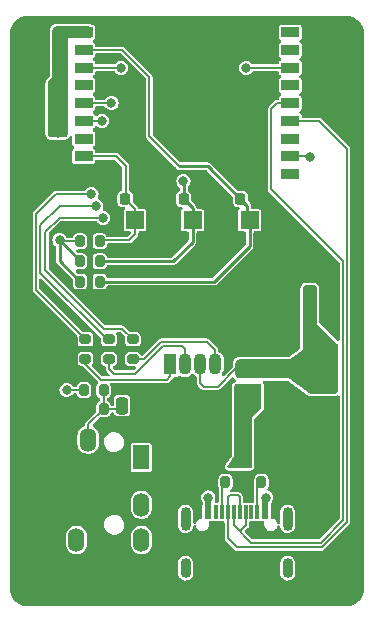
<source format=gtl>
%TF.GenerationSoftware,KiCad,Pcbnew,7.0.2-6a45011f42~172~ubuntu22.04.1*%
%TF.CreationDate,2023-05-17T08:32:53+02:00*%
%TF.ProjectId,PowerMeterLC,506f7765-724d-4657-9465-724c432e6b69,rev?*%
%TF.SameCoordinates,Original*%
%TF.FileFunction,Copper,L1,Top*%
%TF.FilePolarity,Positive*%
%FSLAX46Y46*%
G04 Gerber Fmt 4.6, Leading zero omitted, Abs format (unit mm)*
G04 Created by KiCad (PCBNEW 7.0.2-6a45011f42~172~ubuntu22.04.1) date 2023-05-17 08:32:53*
%MOMM*%
%LPD*%
G01*
G04 APERTURE LIST*
G04 Aperture macros list*
%AMRoundRect*
0 Rectangle with rounded corners*
0 $1 Rounding radius*
0 $2 $3 $4 $5 $6 $7 $8 $9 X,Y pos of 4 corners*
0 Add a 4 corners polygon primitive as box body*
4,1,4,$2,$3,$4,$5,$6,$7,$8,$9,$2,$3,0*
0 Add four circle primitives for the rounded corners*
1,1,$1+$1,$2,$3*
1,1,$1+$1,$4,$5*
1,1,$1+$1,$6,$7*
1,1,$1+$1,$8,$9*
0 Add four rect primitives between the rounded corners*
20,1,$1+$1,$2,$3,$4,$5,0*
20,1,$1+$1,$4,$5,$6,$7,0*
20,1,$1+$1,$6,$7,$8,$9,0*
20,1,$1+$1,$8,$9,$2,$3,0*%
G04 Aperture macros list end*
%TA.AperFunction,SMDPad,CuDef*%
%ADD10R,1.500000X1.500000*%
%TD*%
%TA.AperFunction,ComponentPad*%
%ADD11C,0.800000*%
%TD*%
%TA.AperFunction,ComponentPad*%
%ADD12C,5.000000*%
%TD*%
%TA.AperFunction,SMDPad,CuDef*%
%ADD13RoundRect,0.200000X0.200000X0.275000X-0.200000X0.275000X-0.200000X-0.275000X0.200000X-0.275000X0*%
%TD*%
%TA.AperFunction,SMDPad,CuDef*%
%ADD14RoundRect,0.200000X-0.200000X-0.275000X0.200000X-0.275000X0.200000X0.275000X-0.200000X0.275000X0*%
%TD*%
%TA.AperFunction,SMDPad,CuDef*%
%ADD15RoundRect,0.200000X-0.275000X0.200000X-0.275000X-0.200000X0.275000X-0.200000X0.275000X0.200000X0*%
%TD*%
%TA.AperFunction,SMDPad,CuDef*%
%ADD16R,1.500000X0.900000*%
%TD*%
%TA.AperFunction,SMDPad,CuDef*%
%ADD17R,0.700000X0.700000*%
%TD*%
%TA.AperFunction,SMDPad,CuDef*%
%ADD18RoundRect,0.225000X-0.225000X-0.250000X0.225000X-0.250000X0.225000X0.250000X-0.225000X0.250000X0*%
%TD*%
%TA.AperFunction,SMDPad,CuDef*%
%ADD19RoundRect,0.225000X0.225000X0.250000X-0.225000X0.250000X-0.225000X-0.250000X0.225000X-0.250000X0*%
%TD*%
%TA.AperFunction,SMDPad,CuDef*%
%ADD20R,2.000000X1.500000*%
%TD*%
%TA.AperFunction,SMDPad,CuDef*%
%ADD21R,2.000000X3.800000*%
%TD*%
%TA.AperFunction,SMDPad,CuDef*%
%ADD22R,0.600000X1.160000*%
%TD*%
%TA.AperFunction,SMDPad,CuDef*%
%ADD23R,0.300000X1.160000*%
%TD*%
%TA.AperFunction,ComponentPad*%
%ADD24O,0.900000X2.000000*%
%TD*%
%TA.AperFunction,ComponentPad*%
%ADD25O,0.900000X1.700000*%
%TD*%
%TA.AperFunction,SMDPad,CuDef*%
%ADD26RoundRect,0.250000X0.250000X0.475000X-0.250000X0.475000X-0.250000X-0.475000X0.250000X-0.475000X0*%
%TD*%
%TA.AperFunction,SMDPad,CuDef*%
%ADD27RoundRect,0.250000X-0.250000X-0.475000X0.250000X-0.475000X0.250000X0.475000X-0.250000X0.475000X0*%
%TD*%
%TA.AperFunction,ComponentPad*%
%ADD28O,1.400000X2.000000*%
%TD*%
%TA.AperFunction,ComponentPad*%
%ADD29R,1.400000X2.000000*%
%TD*%
%TA.AperFunction,ComponentPad*%
%ADD30R,1.070000X1.800000*%
%TD*%
%TA.AperFunction,ComponentPad*%
%ADD31O,1.070000X1.800000*%
%TD*%
%TA.AperFunction,ViaPad*%
%ADD32C,0.800000*%
%TD*%
%TA.AperFunction,Conductor*%
%ADD33C,0.250000*%
%TD*%
%TA.AperFunction,Conductor*%
%ADD34C,0.150000*%
%TD*%
%TA.AperFunction,Conductor*%
%ADD35C,0.500000*%
%TD*%
G04 APERTURE END LIST*
D10*
%TO.P,SW2,1,1*%
%TO.N,/CHIP_BOOT*%
X22610000Y-165300000D03*
%TO.P,SW2,2,2*%
%TO.N,GND*%
X22610000Y-173100000D03*
%TD*%
D11*
%TO.P,TP1,1,1*%
%TO.N,GND*%
X25595000Y-183625000D03*
X26144175Y-182299175D03*
X26144175Y-184950825D03*
X27470000Y-181750000D03*
D12*
X27470000Y-183625000D03*
D11*
X27470000Y-185500000D03*
X28795825Y-182299175D03*
X28795825Y-184950825D03*
X29345000Y-183625000D03*
%TD*%
D13*
%TO.P,R10,1*%
%TO.N,Net-(C19-Pad1)*%
X19935000Y-181300000D03*
%TO.P,R10,2*%
%TO.N,GND*%
X18285000Y-181300000D03*
%TD*%
D14*
%TO.P,R2,1*%
%TO.N,+3V3*%
X17960000Y-167100000D03*
%TO.P,R2,2*%
%TO.N,/CHIP_BOOT*%
X19610000Y-167100000D03*
%TD*%
D15*
%TO.P,R7,1*%
%TO.N,/LED_R*%
X22410000Y-175400000D03*
%TO.P,R7,2*%
%TO.N,Net-(D2-RK)*%
X22410000Y-177050000D03*
%TD*%
D16*
%TO.P,U4,1,3V3*%
%TO.N,+3V3*%
X18250000Y-149400000D03*
%TO.P,U4,2,EN/CHIP_PU*%
%TO.N,/CHIP_EN*%
X18250000Y-150900000D03*
%TO.P,U4,3,GPIO4/ADC1_CH4*%
%TO.N,/LED_R*%
X18250000Y-152400000D03*
%TO.P,U4,4,GPIO5/ADC2_CH0*%
%TO.N,unconnected-(U4-GPIO5{slash}ADC2_CH0-Pad4)*%
X18250000Y-153900000D03*
%TO.P,U4,5,GPIO6*%
%TO.N,/LED_B*%
X18250000Y-155400000D03*
%TO.P,U4,6,GPIO7*%
%TO.N,/LED_G*%
X18250000Y-156900000D03*
%TO.P,U4,7,GPIO8*%
%TO.N,unconnected-(U4-GPIO8-Pad7)*%
X18250000Y-158400000D03*
%TO.P,U4,8,GPIO9*%
%TO.N,/CHIP_BOOT*%
X18250000Y-159900000D03*
%TO.P,U4,9,GND*%
%TO.N,GND*%
X18250000Y-161400000D03*
%TO.P,U4,10,GPIO10*%
%TO.N,unconnected-(U4-GPIO10-Pad10)*%
X35750000Y-161400000D03*
%TO.P,U4,11,GPIO20/U0RXD*%
%TO.N,/BLE_MODE*%
X35750000Y-159900000D03*
%TO.P,U4,12,GPIO21/U0TXD*%
%TO.N,unconnected-(U4-GPIO21{slash}U0TXD-Pad12)*%
X35750000Y-158400000D03*
%TO.P,U4,13,GPIO18/USB_D-*%
%TO.N,/USB_D+*%
X35750000Y-156900000D03*
%TO.P,U4,14,GPIO19/USB_D+*%
%TO.N,/USB_D-*%
X35750000Y-155400000D03*
%TO.P,U4,15,GPIO3/ADC1_CH3*%
%TO.N,unconnected-(U4-GPIO3{slash}ADC1_CH3-Pad15)*%
X35750000Y-153900000D03*
%TO.P,U4,16,GPIO2/ADC1_CH2*%
%TO.N,/CURRENT_SENSE*%
X35750000Y-152400000D03*
%TO.P,U4,17,GPIO1/ADC1_CH1/XTAL_32K_N*%
%TO.N,unconnected-(U4-GPIO1{slash}ADC1_CH1{slash}XTAL_32K_N-Pad17)*%
X35750000Y-150900000D03*
%TO.P,U4,18,GPIO0/ADC1_CH0/XTAL_32K_P*%
%TO.N,unconnected-(U4-GPIO0{slash}ADC1_CH0{slash}XTAL_32K_P-Pad18)*%
X35750000Y-149400000D03*
D17*
%TO.P,U4,19,GND*%
%TO.N,GND*%
X26860000Y-154500000D03*
X26860000Y-155600000D03*
X26860000Y-156700000D03*
X27910000Y-154500000D03*
X27910000Y-155600000D03*
X27910000Y-156700000D03*
X29060000Y-154500000D03*
X29060000Y-155600000D03*
X29060000Y-156700000D03*
%TD*%
D18*
%TO.P,C17,1*%
%TO.N,+5VA*%
X31735000Y-184500000D03*
%TO.P,C17,2*%
%TO.N,GND*%
X33285000Y-184500000D03*
%TD*%
D14*
%TO.P,R3,1*%
%TO.N,+3V3*%
X17960000Y-170500000D03*
%TO.P,R3,2*%
%TO.N,/CHIP_EN*%
X19610000Y-170500000D03*
%TD*%
D19*
%TO.P,C10,1*%
%TO.N,+3V3*%
X16110000Y-149500000D03*
%TO.P,C10,2*%
%TO.N,GND*%
X14560000Y-149500000D03*
%TD*%
D20*
%TO.P,U2,1,GND*%
%TO.N,GND*%
X32260000Y-175600000D03*
%TO.P,U2,2,VO*%
%TO.N,+3V3*%
X32260000Y-177900000D03*
D21*
X38560000Y-177900000D03*
D20*
%TO.P,U2,3,VI*%
%TO.N,+5VA*%
X32260000Y-180200000D03*
%TD*%
D22*
%TO.P,J2,A1,GND*%
%TO.N,GND*%
X28010000Y-190015000D03*
%TO.P,J2,A4,VBUS*%
%TO.N,+5VA*%
X28810000Y-190015000D03*
D23*
%TO.P,J2,A5,CC1*%
%TO.N,Net-(J2-CC1)*%
X29960000Y-190015000D03*
%TO.P,J2,A6,D+*%
%TO.N,/USB_D-*%
X30960000Y-190015000D03*
%TO.P,J2,A7,D-*%
%TO.N,/USB_D+*%
X31460000Y-190015000D03*
%TO.P,J2,A8,SBU1*%
%TO.N,unconnected-(J2-SBU1-PadA8)*%
X32460000Y-190015000D03*
D22*
%TO.P,J2,A9,VBUS*%
%TO.N,+5VA*%
X33610000Y-190015000D03*
%TO.P,J2,A12,GND*%
%TO.N,GND*%
X34410000Y-190015000D03*
%TO.P,J2,B1,GND*%
X34410000Y-190015000D03*
%TO.P,J2,B4,VBUS*%
%TO.N,+5VA*%
X33610000Y-190015000D03*
D23*
%TO.P,J2,B5,CC2*%
%TO.N,Net-(J2-CC2)*%
X32960000Y-190015000D03*
%TO.P,J2,B6,D+*%
%TO.N,/USB_D-*%
X31960000Y-190015000D03*
%TO.P,J2,B7,D-*%
%TO.N,/USB_D+*%
X30460000Y-190015000D03*
%TO.P,J2,B8,SBU2*%
%TO.N,unconnected-(J2-SBU2-PadB8)*%
X29460000Y-190015000D03*
D22*
%TO.P,J2,B9,VBUS*%
%TO.N,+5VA*%
X28810000Y-190015000D03*
%TO.P,J2,B12,GND*%
%TO.N,GND*%
X28010000Y-190015000D03*
D24*
%TO.P,J2,S1,SHIELD*%
%TO.N,unconnected-(J2-SHIELD-PadS1)*%
X26890000Y-190595000D03*
D25*
X26890000Y-194765000D03*
D24*
X35530000Y-190595000D03*
D25*
X35530000Y-194765000D03*
%TD*%
D14*
%TO.P,R4,1*%
%TO.N,Net-(J2-CC2)*%
X33310000Y-187500000D03*
%TO.P,R4,2*%
%TO.N,GND*%
X34960000Y-187500000D03*
%TD*%
D26*
%TO.P,C12,1*%
%TO.N,+3V3*%
X37310000Y-173100000D03*
%TO.P,C12,2*%
%TO.N,GND*%
X35410000Y-173100000D03*
%TD*%
D27*
%TO.P,C14,1*%
%TO.N,+5VA*%
X31760000Y-182700000D03*
%TO.P,C14,2*%
%TO.N,GND*%
X33660000Y-182700000D03*
%TD*%
D18*
%TO.P,C18,1*%
%TO.N,/BLE_MODE*%
X26725000Y-163500000D03*
%TO.P,C18,2*%
%TO.N,GND*%
X28275000Y-163500000D03*
%TD*%
D19*
%TO.P,C13,1*%
%TO.N,+3V3*%
X16110000Y-152700000D03*
%TO.P,C13,2*%
%TO.N,GND*%
X14560000Y-152700000D03*
%TD*%
D18*
%TO.P,C5,1*%
%TO.N,/CHIP_EN*%
X31525000Y-163500000D03*
%TO.P,C5,2*%
%TO.N,GND*%
X33075000Y-163500000D03*
%TD*%
D14*
%TO.P,R11,1*%
%TO.N,+3V3*%
X18285000Y-179700000D03*
%TO.P,R11,2*%
%TO.N,Net-(C19-Pad1)*%
X19935000Y-179700000D03*
%TD*%
D15*
%TO.P,R9,1*%
%TO.N,/LED_B*%
X20410000Y-175400000D03*
%TO.P,R9,2*%
%TO.N,Net-(D2-BK)*%
X20410000Y-177050000D03*
%TD*%
D26*
%TO.P,C15,1*%
%TO.N,+3V3*%
X16110000Y-154600000D03*
%TO.P,C15,2*%
%TO.N,GND*%
X14210000Y-154600000D03*
%TD*%
D19*
%TO.P,C16,1*%
%TO.N,+3V3*%
X16110000Y-151100000D03*
%TO.P,C16,2*%
%TO.N,GND*%
X14560000Y-151100000D03*
%TD*%
D10*
%TO.P,SW1,1,1*%
%TO.N,/CHIP_EN*%
X32300000Y-165300000D03*
%TO.P,SW1,2,2*%
%TO.N,GND*%
X32300000Y-173100000D03*
%TD*%
D14*
%TO.P,R6,1*%
%TO.N,+3V3*%
X17960000Y-168800000D03*
%TO.P,R6,2*%
%TO.N,/BLE_MODE*%
X19610000Y-168800000D03*
%TD*%
D28*
%TO.P,J3,*%
%TO.N,*%
X17632500Y-192400000D03*
%TO.P,J3,R1*%
%TO.N,unconnected-(J3-PadR1)*%
X23132500Y-189400000D03*
%TO.P,J3,R2*%
%TO.N,unconnected-(J3-PadR2)*%
X23132500Y-192400000D03*
%TO.P,J3,S*%
%TO.N,Net-(C19-Pad1)*%
X18632500Y-183900000D03*
D29*
%TO.P,J3,T*%
%TO.N,/CURRENT_SENSE*%
X23132500Y-185400000D03*
%TD*%
D19*
%TO.P,C11,1*%
%TO.N,+3V3*%
X37335000Y-171300000D03*
%TO.P,C11,2*%
%TO.N,GND*%
X35785000Y-171300000D03*
%TD*%
D10*
%TO.P,SW3,1,1*%
%TO.N,/BLE_MODE*%
X27470000Y-165300000D03*
%TO.P,SW3,2,2*%
%TO.N,GND*%
X27470000Y-173100000D03*
%TD*%
D14*
%TO.P,R5,1*%
%TO.N,Net-(J2-CC1)*%
X30260000Y-187500000D03*
%TO.P,R5,2*%
%TO.N,GND*%
X31910000Y-187500000D03*
%TD*%
D30*
%TO.P,D2,1,GK*%
%TO.N,Net-(D2-GK)*%
X25570000Y-177500000D03*
D31*
%TO.P,D2,2,BK*%
%TO.N,Net-(D2-BK)*%
X26840000Y-177500000D03*
%TO.P,D2,3,A*%
%TO.N,+3V3*%
X28110000Y-177500000D03*
%TO.P,D2,4,RK*%
%TO.N,Net-(D2-RK)*%
X29380000Y-177500000D03*
%TD*%
D27*
%TO.P,C19,1*%
%TO.N,Net-(C19-Pad1)*%
X21510000Y-181000000D03*
%TO.P,C19,2*%
%TO.N,GND*%
X23410000Y-181000000D03*
%TD*%
D15*
%TO.P,R8,1*%
%TO.N,/LED_G*%
X18410000Y-175400000D03*
%TO.P,R8,2*%
%TO.N,Net-(D2-GK)*%
X18410000Y-177050000D03*
%TD*%
D18*
%TO.P,C6,1*%
%TO.N,/CHIP_BOOT*%
X21760000Y-163500000D03*
%TO.P,C6,2*%
%TO.N,GND*%
X23310000Y-163500000D03*
%TD*%
D32*
%TO.N,GND*%
X12600000Y-163845452D03*
X41500000Y-193000000D03*
X41500000Y-191500000D03*
X41500000Y-160281829D03*
X12600000Y-156500000D03*
X26217648Y-197200000D03*
X34394118Y-197200000D03*
X12600000Y-189554534D03*
X41500000Y-154772740D03*
X12600000Y-184045445D03*
X12600000Y-162009089D03*
X41500000Y-167627281D03*
X41500000Y-194400000D03*
X28510000Y-155100000D03*
X41500000Y-152936377D03*
X29488236Y-197200000D03*
X25123530Y-148800000D03*
X12600000Y-187718171D03*
X12600000Y-160172726D03*
X37600000Y-148700000D03*
X41500000Y-151500000D03*
X41500000Y-174972733D03*
X41500000Y-171300007D03*
X41500000Y-158445466D03*
X12600000Y-152763637D03*
X41500000Y-169463644D03*
X19676472Y-197200000D03*
X12600000Y-178536356D03*
X12600000Y-176699993D03*
X28510000Y-156200000D03*
X13100000Y-196900000D03*
X41500000Y-184154548D03*
X41500000Y-189663637D03*
X26758824Y-148800000D03*
X12600000Y-150927274D03*
X18041178Y-197200000D03*
X12600000Y-167518178D03*
X32758824Y-197200000D03*
X12600000Y-185881808D03*
X41500000Y-178645459D03*
X36029412Y-197200000D03*
X41500000Y-163954555D03*
X41500000Y-165790918D03*
X41500000Y-156609103D03*
X12600000Y-154600000D03*
X30029412Y-148800000D03*
X41000000Y-148900000D03*
X41500000Y-150200000D03*
X24582354Y-197200000D03*
X12600000Y-165681815D03*
X12600000Y-174863630D03*
X22947060Y-197200000D03*
X12600000Y-171190904D03*
X31123530Y-197200000D03*
X38700000Y-148700000D03*
X21864706Y-148800000D03*
X12600000Y-182209082D03*
X41500000Y-173136370D03*
X37664706Y-197200000D03*
X41500000Y-187827274D03*
X12600000Y-158336363D03*
X16405884Y-197200000D03*
X23488236Y-148800000D03*
X27852942Y-197200000D03*
X41500000Y-195800000D03*
X39900000Y-148700000D03*
X41500000Y-180481822D03*
X12600000Y-193227260D03*
X41500000Y-185990911D03*
X12600000Y-169354541D03*
X41500000Y-162118192D03*
X28394118Y-148800000D03*
X27410000Y-156200000D03*
X21311766Y-197200000D03*
X12600000Y-173027267D03*
X27410000Y-155100000D03*
X12600000Y-180372719D03*
X12600000Y-191390897D03*
X14770590Y-197200000D03*
X41500000Y-182318185D03*
X41500000Y-176809096D03*
X39300000Y-197200000D03*
X12600000Y-195063623D03*
X31664706Y-148800000D03*
X33300000Y-148800000D03*
X20229412Y-148800000D03*
X40900000Y-196900000D03*
%TO.N,+5VA*%
X33710000Y-188800000D03*
X31210000Y-185800000D03*
X32010000Y-185800000D03*
X28810000Y-188800000D03*
%TO.N,+3V3*%
X38010000Y-179300000D03*
X39010000Y-178366666D03*
X39010000Y-177433333D03*
X16110000Y-156900000D03*
X38010000Y-178366666D03*
X16110000Y-156000000D03*
X39010000Y-179300000D03*
X16210000Y-167000000D03*
X16110000Y-157900000D03*
X38010000Y-176500000D03*
X16810000Y-179700000D03*
X38010000Y-177433333D03*
X39010000Y-176500000D03*
%TO.N,/BLE_MODE*%
X26700000Y-162000000D03*
X37410000Y-160000000D03*
%TO.N,/LED_R*%
X19910000Y-165100000D03*
X21410000Y-152400000D03*
%TO.N,/LED_G*%
X19810000Y-156900000D03*
X18910000Y-163100000D03*
%TO.N,/LED_B*%
X19310000Y-164100000D03*
X20610000Y-155400000D03*
%TO.N,/CURRENT_SENSE*%
X32010000Y-152400000D03*
%TD*%
D33*
%TO.N,/CHIP_EN*%
X32300000Y-165300000D02*
X32300000Y-164700000D01*
X32300000Y-167500000D02*
X32300000Y-165300000D01*
X32100000Y-164075000D02*
X31525000Y-163500000D01*
D34*
X23810000Y-158200000D02*
X23810000Y-153200000D01*
D33*
X19610000Y-170500000D02*
X29300000Y-170500000D01*
D34*
X21510000Y-150900000D02*
X18250000Y-150900000D01*
X26360000Y-160750000D02*
X23810000Y-158200000D01*
D33*
X28775000Y-160750000D02*
X26360000Y-160750000D01*
X32300000Y-164700000D02*
X32100000Y-164500000D01*
X29300000Y-170500000D02*
X32300000Y-167500000D01*
D34*
X23810000Y-153200000D02*
X21510000Y-150900000D01*
D33*
X32100000Y-164500000D02*
X32100000Y-164075000D01*
X31525000Y-163500000D02*
X28775000Y-160750000D01*
D34*
%TO.N,/CHIP_BOOT*%
X21760000Y-163500000D02*
X22610000Y-164350000D01*
X21810000Y-160700000D02*
X21010000Y-159900000D01*
X21760000Y-163500000D02*
X21810000Y-163450000D01*
X21810000Y-163450000D02*
X21810000Y-160700000D01*
X22110000Y-167000000D02*
X19710000Y-167000000D01*
X21010000Y-159900000D02*
X18250000Y-159900000D01*
X22610000Y-165300000D02*
X22610000Y-166500000D01*
X22610000Y-166500000D02*
X22110000Y-167000000D01*
X19710000Y-167000000D02*
X19610000Y-167100000D01*
X22610000Y-164350000D02*
X22610000Y-165300000D01*
%TO.N,/USB_D-*%
X34110000Y-162700000D02*
X40200000Y-168790000D01*
X31460000Y-191650000D02*
X31960000Y-191150000D01*
X40200000Y-190710000D02*
X38310000Y-192600000D01*
X35750000Y-155400000D02*
X34610000Y-155400000D01*
X34110000Y-155900000D02*
X34110000Y-162700000D01*
X30960000Y-191150000D02*
X30960000Y-190015000D01*
X40200000Y-168790000D02*
X40200000Y-190710000D01*
X38310000Y-192600000D02*
X32410000Y-192600000D01*
X32410000Y-192600000D02*
X30960000Y-191150000D01*
X31960000Y-191150000D02*
X31960000Y-190015000D01*
X34610000Y-155400000D02*
X34110000Y-155900000D01*
%TO.N,/USB_D+*%
X35750000Y-156900000D02*
X38210000Y-156900000D01*
X30460000Y-190015000D02*
X30460000Y-188750000D01*
X31210000Y-193000000D02*
X30460000Y-192250000D01*
X30460000Y-192250000D02*
X30460000Y-190015000D01*
X40550000Y-159240000D02*
X40550000Y-190860000D01*
X38210000Y-156900000D02*
X40550000Y-159240000D01*
X31310000Y-188600000D02*
X31460000Y-188750000D01*
X40550000Y-190860000D02*
X38410000Y-193000000D01*
X30610000Y-188600000D02*
X31310000Y-188600000D01*
X31460000Y-188750000D02*
X31460000Y-190015000D01*
X38410000Y-193000000D02*
X31210000Y-193000000D01*
X30460000Y-188750000D02*
X30610000Y-188600000D01*
D35*
%TO.N,+5VA*%
X33710000Y-188800000D02*
X33610000Y-188900000D01*
X33610000Y-188900000D02*
X33610000Y-190015000D01*
X28810000Y-188800000D02*
X28810000Y-190015000D01*
D33*
%TO.N,Net-(J2-CC1)*%
X30060000Y-187700000D02*
X30260000Y-187500000D01*
D34*
X29960000Y-187800000D02*
X30260000Y-187500000D01*
X29960000Y-190015000D02*
X29960000Y-187800000D01*
%TO.N,Net-(J2-CC2)*%
X32960000Y-187850000D02*
X33310000Y-187500000D01*
X32960000Y-190015000D02*
X32960000Y-187850000D01*
D33*
X33060000Y-187750000D02*
X33310000Y-187500000D01*
%TO.N,+3V3*%
X17960000Y-168750000D02*
X16210000Y-167000000D01*
D34*
X28110000Y-177500000D02*
X28110000Y-179100000D01*
X31110000Y-177900000D02*
X32260000Y-177900000D01*
X28110000Y-179100000D02*
X28410000Y-179400000D01*
D33*
X17960000Y-168800000D02*
X17960000Y-168750000D01*
D34*
X28410000Y-179400000D02*
X29610000Y-179400000D01*
X18285000Y-179700000D02*
X16810000Y-179700000D01*
X29610000Y-179400000D02*
X31110000Y-177900000D01*
X16310000Y-167100000D02*
X16210000Y-167000000D01*
D33*
X16210000Y-168750000D02*
X16210000Y-167000000D01*
D34*
X17960000Y-167100000D02*
X16310000Y-167100000D01*
D33*
X17960000Y-170500000D02*
X16210000Y-168750000D01*
D34*
%TO.N,/BLE_MODE*%
X37310000Y-159900000D02*
X35750000Y-159900000D01*
D33*
X26725000Y-163500000D02*
X26725000Y-162025000D01*
D34*
X37410000Y-160000000D02*
X37310000Y-159900000D01*
D33*
X27470000Y-164245000D02*
X26725000Y-163500000D01*
X27470000Y-165300000D02*
X27470000Y-164245000D01*
X27470000Y-167130000D02*
X27470000Y-165300000D01*
X26725000Y-162025000D02*
X26700000Y-162000000D01*
X19610000Y-168800000D02*
X25800000Y-168800000D01*
X25800000Y-168800000D02*
X27470000Y-167130000D01*
D34*
%TO.N,Net-(D2-GK)*%
X19710000Y-178800000D02*
X18410000Y-177500000D01*
X25570000Y-178540000D02*
X25310000Y-178800000D01*
X25310000Y-178800000D02*
X19710000Y-178800000D01*
X18410000Y-177500000D02*
X18410000Y-177050000D01*
X25570000Y-177500000D02*
X25570000Y-178540000D01*
%TO.N,Net-(D2-BK)*%
X26840000Y-176230000D02*
X26560000Y-175950000D01*
X22610000Y-178300000D02*
X20810000Y-178300000D01*
X26560000Y-175950000D02*
X24960000Y-175950000D01*
X24960000Y-175950000D02*
X22610000Y-178300000D01*
X20410000Y-177900000D02*
X20410000Y-177050000D01*
X20810000Y-178300000D02*
X20410000Y-177900000D01*
X26840000Y-177500000D02*
X26840000Y-176230000D01*
%TO.N,Net-(D2-RK)*%
X29380000Y-176270000D02*
X28710000Y-175600000D01*
X29380000Y-177500000D02*
X29380000Y-176270000D01*
X24810000Y-175600000D02*
X23360000Y-177050000D01*
X28710000Y-175600000D02*
X24810000Y-175600000D01*
X23360000Y-177050000D02*
X22410000Y-177050000D01*
%TO.N,/LED_R*%
X20010000Y-174500000D02*
X15010000Y-169500000D01*
X21510000Y-174500000D02*
X20010000Y-174500000D01*
X22410000Y-175400000D02*
X21510000Y-174500000D01*
X21410000Y-152400000D02*
X18250000Y-152400000D01*
X15010000Y-169500000D02*
X15010000Y-166300000D01*
X16210000Y-165100000D02*
X19910000Y-165100000D01*
X15010000Y-166300000D02*
X16210000Y-165100000D01*
%TO.N,/LED_G*%
X15910000Y-163100000D02*
X18910000Y-163100000D01*
X18410000Y-175400000D02*
X14210000Y-171200000D01*
X14210000Y-171200000D02*
X14210000Y-164800000D01*
X19810000Y-156900000D02*
X18250000Y-156900000D01*
X14210000Y-164800000D02*
X15910000Y-163100000D01*
%TO.N,/LED_B*%
X20610000Y-155400000D02*
X18250000Y-155400000D01*
X14560000Y-165750000D02*
X16210000Y-164100000D01*
X16210000Y-164100000D02*
X19310000Y-164100000D01*
X14560000Y-169750000D02*
X14560000Y-165750000D01*
X20410000Y-175400000D02*
X20210000Y-175400000D01*
X20210000Y-175400000D02*
X14560000Y-169750000D01*
%TO.N,Net-(C19-Pad1)*%
X18632500Y-182602500D02*
X18632500Y-183900000D01*
X21210000Y-181300000D02*
X21510000Y-181000000D01*
X19935000Y-181300000D02*
X19935000Y-179700000D01*
X19935000Y-181300000D02*
X21210000Y-181300000D01*
X19935000Y-181300000D02*
X18632500Y-182602500D01*
%TO.N,/CURRENT_SENSE*%
X32010000Y-152400000D02*
X35750000Y-152400000D01*
%TD*%
%TA.AperFunction,Conductor*%
%TO.N,+3V3*%
G36*
X18721971Y-148902381D02*
G01*
X18800618Y-148918024D01*
X18845308Y-148936535D01*
X18901626Y-148974166D01*
X18935833Y-149008373D01*
X18973462Y-149064688D01*
X18991976Y-149109387D01*
X19007617Y-149188019D01*
X19010000Y-149212210D01*
X19010000Y-149587789D01*
X19007617Y-149611980D01*
X18991976Y-149690612D01*
X18973462Y-149735311D01*
X18935836Y-149791623D01*
X18901623Y-149825836D01*
X18845311Y-149863462D01*
X18800612Y-149881976D01*
X18721980Y-149897617D01*
X18697789Y-149900000D01*
X16910000Y-149900000D01*
X16910000Y-150199998D01*
X16910000Y-150199999D01*
X16910000Y-157987789D01*
X16907617Y-158011980D01*
X16891976Y-158090612D01*
X16873462Y-158135311D01*
X16835836Y-158191623D01*
X16801623Y-158225836D01*
X16745311Y-158263462D01*
X16700612Y-158281976D01*
X16621980Y-158297617D01*
X16597789Y-158300000D01*
X15522211Y-158300000D01*
X15498020Y-158297617D01*
X15419387Y-158281976D01*
X15374689Y-158263462D01*
X15318373Y-158225833D01*
X15284166Y-158191626D01*
X15246535Y-158135308D01*
X15228024Y-158090618D01*
X15212381Y-158011971D01*
X15210000Y-157987789D01*
X15210000Y-153799965D01*
X15211337Y-153781805D01*
X15220182Y-153722062D01*
X15230707Y-153687296D01*
X15256493Y-153632666D01*
X15265444Y-153616833D01*
X15559615Y-153175577D01*
X15610000Y-153100000D01*
X15610000Y-149212210D01*
X15612381Y-149188029D01*
X15628025Y-149109379D01*
X15646534Y-149064693D01*
X15684168Y-149008370D01*
X15718370Y-148974168D01*
X15774693Y-148936534D01*
X15819379Y-148918025D01*
X15898028Y-148902381D01*
X15922211Y-148900000D01*
X18697789Y-148900000D01*
X18721971Y-148902381D01*
G37*
%TD.AperFunction*%
%TD*%
%TA.AperFunction,Conductor*%
%TO.N,+3V3*%
G36*
X37721971Y-170802381D02*
G01*
X37800618Y-170818024D01*
X37845308Y-170836535D01*
X37901626Y-170874166D01*
X37935833Y-170908373D01*
X37973462Y-170964688D01*
X37991976Y-171009387D01*
X38007617Y-171088019D01*
X38010000Y-171112209D01*
X38010000Y-174100000D01*
X38097868Y-174187869D01*
X38097869Y-174187869D01*
X39674641Y-175764642D01*
X39674644Y-175764644D01*
X39710000Y-175800000D01*
X39710000Y-176500000D01*
X36810000Y-176500000D01*
X36810000Y-171112209D01*
X36812381Y-171088029D01*
X36828025Y-171009379D01*
X36846534Y-170964693D01*
X36884168Y-170908370D01*
X36918370Y-170874168D01*
X36974693Y-170836534D01*
X37019379Y-170818025D01*
X37098028Y-170802381D01*
X37122211Y-170800000D01*
X37697789Y-170800000D01*
X37721971Y-170802381D01*
G37*
%TD.AperFunction*%
%TD*%
%TA.AperFunction,Conductor*%
%TO.N,+3V3*%
G36*
X39772103Y-175822477D02*
G01*
X39806677Y-175883193D01*
X39810000Y-175911709D01*
X39810000Y-179687789D01*
X39807617Y-179711980D01*
X39791976Y-179790612D01*
X39773462Y-179835311D01*
X39735836Y-179891623D01*
X39701623Y-179925836D01*
X39645311Y-179963462D01*
X39600612Y-179981976D01*
X39521980Y-179997617D01*
X39497789Y-180000000D01*
X37516720Y-180000000D01*
X37497410Y-179998487D01*
X37475294Y-179995000D01*
X37434015Y-179988492D01*
X37397268Y-179976610D01*
X37371327Y-179963462D01*
X37340018Y-179947593D01*
X37323483Y-179937516D01*
X35688640Y-178756795D01*
X35688637Y-178756793D01*
X35610000Y-178700000D01*
X35512995Y-178700000D01*
X31422211Y-178700000D01*
X31398020Y-178697617D01*
X31319387Y-178681976D01*
X31274689Y-178663462D01*
X31218373Y-178625833D01*
X31184166Y-178591626D01*
X31146535Y-178535308D01*
X31128024Y-178490618D01*
X31112381Y-178411971D01*
X31110000Y-178387789D01*
X31110000Y-177412210D01*
X31112381Y-177388029D01*
X31128025Y-177309379D01*
X31146534Y-177264693D01*
X31184168Y-177208370D01*
X31218370Y-177174168D01*
X31274693Y-177136534D01*
X31319379Y-177118025D01*
X31398028Y-177102381D01*
X31422211Y-177100000D01*
X35608441Y-177100000D01*
X35710000Y-177100000D01*
X36810000Y-176258823D01*
X36810000Y-176500000D01*
X39710000Y-176500000D01*
X39710000Y-175800000D01*
X39729133Y-175800000D01*
X39772103Y-175822477D01*
G37*
%TD.AperFunction*%
%TD*%
%TA.AperFunction,Conductor*%
%TO.N,GND*%
G36*
X40504417Y-148000815D02*
G01*
X40569755Y-148005489D01*
X40712453Y-148016719D01*
X40729056Y-148019168D01*
X40818500Y-148038625D01*
X40820979Y-148039192D01*
X40932570Y-148065983D01*
X40946925Y-148070365D01*
X41037735Y-148104236D01*
X41041696Y-148105794D01*
X41142794Y-148147670D01*
X41154758Y-148153394D01*
X41241588Y-148200807D01*
X41246915Y-148203892D01*
X41338433Y-148259974D01*
X41347951Y-148266432D01*
X41427845Y-148326241D01*
X41434037Y-148331193D01*
X41515086Y-148400416D01*
X41522235Y-148407025D01*
X41592973Y-148477763D01*
X41599582Y-148484912D01*
X41668793Y-148565947D01*
X41673770Y-148572169D01*
X41733564Y-148652045D01*
X41740024Y-148661565D01*
X41796100Y-148753072D01*
X41799206Y-148758436D01*
X41846602Y-148845237D01*
X41852330Y-148857209D01*
X41868702Y-148896733D01*
X41894181Y-148958245D01*
X41895790Y-148962335D01*
X41929627Y-149053056D01*
X41934019Y-149067442D01*
X41960793Y-149178964D01*
X41961385Y-149181553D01*
X41980828Y-149270933D01*
X41983280Y-149287561D01*
X41994517Y-149430330D01*
X41999184Y-149495586D01*
X41999499Y-149504425D01*
X41999500Y-196495572D01*
X41999184Y-196504418D01*
X41994517Y-196569668D01*
X41983279Y-196712441D01*
X41980828Y-196729066D01*
X41961390Y-196818423D01*
X41960798Y-196821012D01*
X41934019Y-196932556D01*
X41929627Y-196946942D01*
X41895790Y-197037663D01*
X41894169Y-197041784D01*
X41852330Y-197142789D01*
X41846602Y-197154761D01*
X41799206Y-197241562D01*
X41796100Y-197246926D01*
X41740024Y-197338433D01*
X41733564Y-197347953D01*
X41673770Y-197427829D01*
X41668793Y-197434051D01*
X41599582Y-197515086D01*
X41592973Y-197522235D01*
X41522235Y-197592973D01*
X41515086Y-197599582D01*
X41434051Y-197668793D01*
X41427829Y-197673770D01*
X41347953Y-197733564D01*
X41338433Y-197740024D01*
X41246926Y-197796100D01*
X41241562Y-197799206D01*
X41154761Y-197846602D01*
X41142789Y-197852330D01*
X41041784Y-197894169D01*
X41037663Y-197895790D01*
X40946942Y-197929627D01*
X40932556Y-197934019D01*
X40821012Y-197960798D01*
X40818423Y-197961390D01*
X40729067Y-197980828D01*
X40712439Y-197983280D01*
X40569669Y-197994517D01*
X40504416Y-197999184D01*
X40495575Y-197999500D01*
X13504428Y-197999500D01*
X13495582Y-197999184D01*
X13430331Y-197994517D01*
X13287557Y-197983279D01*
X13270932Y-197980828D01*
X13181575Y-197961390D01*
X13178986Y-197960798D01*
X13067442Y-197934019D01*
X13053056Y-197929627D01*
X12999050Y-197909484D01*
X12962324Y-197895785D01*
X12958245Y-197894181D01*
X12913578Y-197875679D01*
X12857209Y-197852330D01*
X12845237Y-197846602D01*
X12758436Y-197799206D01*
X12753072Y-197796100D01*
X12661565Y-197740024D01*
X12652045Y-197733564D01*
X12572169Y-197673770D01*
X12565955Y-197668799D01*
X12484912Y-197599582D01*
X12477763Y-197592973D01*
X12407025Y-197522235D01*
X12400416Y-197515086D01*
X12331193Y-197434037D01*
X12326241Y-197427845D01*
X12266432Y-197347951D01*
X12259974Y-197338433D01*
X12203898Y-197246926D01*
X12200807Y-197241588D01*
X12153394Y-197154758D01*
X12147668Y-197142789D01*
X12105794Y-197041696D01*
X12104236Y-197037735D01*
X12070365Y-196946925D01*
X12065983Y-196932570D01*
X12039192Y-196820979D01*
X12038625Y-196818500D01*
X12019168Y-196729054D01*
X12016719Y-196712449D01*
X12005489Y-196569755D01*
X12000814Y-196504392D01*
X12000500Y-196495576D01*
X12000500Y-195205925D01*
X26239500Y-195205925D01*
X26239987Y-195209784D01*
X26239988Y-195209791D01*
X26254928Y-195328059D01*
X26315431Y-195480870D01*
X26412034Y-195613834D01*
X26412036Y-195613835D01*
X26412037Y-195613837D01*
X26538674Y-195718600D01*
X26687387Y-195788579D01*
X26848830Y-195819376D01*
X26848832Y-195819375D01*
X26848833Y-195819376D01*
X26947248Y-195813184D01*
X27012860Y-195809056D01*
X27169171Y-195758268D01*
X27307940Y-195670202D01*
X27420448Y-195550393D01*
X27499627Y-195406368D01*
X27499628Y-195406365D01*
X27540500Y-195247179D01*
X27540500Y-195205925D01*
X34879500Y-195205925D01*
X34879987Y-195209784D01*
X34879988Y-195209791D01*
X34894928Y-195328059D01*
X34955431Y-195480870D01*
X35052034Y-195613834D01*
X35052036Y-195613835D01*
X35052037Y-195613837D01*
X35178674Y-195718600D01*
X35327387Y-195788579D01*
X35488830Y-195819376D01*
X35488832Y-195819375D01*
X35488833Y-195819376D01*
X35587248Y-195813184D01*
X35652860Y-195809056D01*
X35809171Y-195758268D01*
X35947940Y-195670202D01*
X36060448Y-195550393D01*
X36139627Y-195406368D01*
X36139628Y-195406365D01*
X36180500Y-195247179D01*
X36180500Y-194327969D01*
X36180500Y-194324075D01*
X36165071Y-194201942D01*
X36165071Y-194201940D01*
X36104568Y-194049129D01*
X36007965Y-193916165D01*
X35939829Y-193859798D01*
X35881326Y-193811400D01*
X35732613Y-193741421D01*
X35607732Y-193717598D01*
X35571166Y-193710623D01*
X35407141Y-193720943D01*
X35250829Y-193771732D01*
X35112059Y-193859797D01*
X34999552Y-193979606D01*
X34920371Y-194123634D01*
X34879500Y-194282820D01*
X34879500Y-194282823D01*
X34879500Y-195205925D01*
X27540500Y-195205925D01*
X27540500Y-194327969D01*
X27540500Y-194324075D01*
X27525071Y-194201942D01*
X27525071Y-194201940D01*
X27464568Y-194049129D01*
X27367965Y-193916165D01*
X27299829Y-193859798D01*
X27241326Y-193811400D01*
X27092613Y-193741421D01*
X26967732Y-193717598D01*
X26931166Y-193710623D01*
X26767141Y-193720943D01*
X26610829Y-193771732D01*
X26472059Y-193859797D01*
X26359552Y-193979606D01*
X26280371Y-194123634D01*
X26239500Y-194282820D01*
X26239500Y-194282822D01*
X26239500Y-194282823D01*
X26239500Y-195205925D01*
X12000500Y-195205925D01*
X12000500Y-192747192D01*
X16732000Y-192747192D01*
X16732337Y-192750404D01*
X16732338Y-192750411D01*
X16746826Y-192888257D01*
X16805320Y-193068284D01*
X16899966Y-193232216D01*
X17026629Y-193372889D01*
X17179769Y-193484151D01*
X17352697Y-193561144D01*
X17537852Y-193600500D01*
X17537854Y-193600500D01*
X17727148Y-193600500D01*
X17850584Y-193574262D01*
X17912303Y-193561144D01*
X18085230Y-193484151D01*
X18238371Y-193372888D01*
X18365033Y-193232216D01*
X18459679Y-193068284D01*
X18518174Y-192888256D01*
X18533000Y-192747192D01*
X22232000Y-192747192D01*
X22232337Y-192750404D01*
X22232338Y-192750411D01*
X22246826Y-192888257D01*
X22305320Y-193068284D01*
X22399966Y-193232216D01*
X22526629Y-193372889D01*
X22679769Y-193484151D01*
X22852697Y-193561144D01*
X23037852Y-193600500D01*
X23037854Y-193600500D01*
X23227148Y-193600500D01*
X23350584Y-193574262D01*
X23412303Y-193561144D01*
X23585230Y-193484151D01*
X23738371Y-193372888D01*
X23865033Y-193232216D01*
X23959679Y-193068284D01*
X24018174Y-192888256D01*
X24033000Y-192747192D01*
X24033000Y-192052808D01*
X24018174Y-191911744D01*
X23959679Y-191731716D01*
X23959679Y-191731715D01*
X23865033Y-191567783D01*
X23738370Y-191427110D01*
X23585230Y-191315848D01*
X23412302Y-191238855D01*
X23227148Y-191199500D01*
X23227146Y-191199500D01*
X23037854Y-191199500D01*
X23037852Y-191199500D01*
X22852697Y-191238855D01*
X22679769Y-191315848D01*
X22526629Y-191427110D01*
X22399966Y-191567783D01*
X22305320Y-191731715D01*
X22246826Y-191911742D01*
X22242753Y-191950500D01*
X22232000Y-192052808D01*
X22232000Y-192747192D01*
X18533000Y-192747192D01*
X18533000Y-192052808D01*
X18518174Y-191911744D01*
X18459679Y-191731716D01*
X18459679Y-191731715D01*
X18365033Y-191567783D01*
X18238370Y-191427110D01*
X18085230Y-191315848D01*
X17912302Y-191238855D01*
X17727148Y-191199500D01*
X17727146Y-191199500D01*
X17537854Y-191199500D01*
X17537852Y-191199500D01*
X17352697Y-191238855D01*
X17179769Y-191315848D01*
X17026629Y-191427110D01*
X16899966Y-191567783D01*
X16805320Y-191731715D01*
X16746826Y-191911742D01*
X16742753Y-191950500D01*
X16732000Y-192052808D01*
X16732000Y-192747192D01*
X12000500Y-192747192D01*
X12000500Y-191053685D01*
X19978240Y-191053685D01*
X19988254Y-191238407D01*
X20037745Y-191416658D01*
X20124399Y-191580103D01*
X20244163Y-191721100D01*
X20391436Y-191833055D01*
X20559330Y-191910731D01*
X20559331Y-191910731D01*
X20559333Y-191910732D01*
X20740003Y-191950500D01*
X20875254Y-191950500D01*
X20878613Y-191950500D01*
X21016410Y-191935514D01*
X21191721Y-191876444D01*
X21350236Y-191781070D01*
X21484541Y-191653849D01*
X21588358Y-191500730D01*
X21656831Y-191328875D01*
X21686760Y-191146317D01*
X21676745Y-190961593D01*
X21676587Y-190961025D01*
X21627254Y-190783341D01*
X21540600Y-190619896D01*
X21494250Y-190565329D01*
X21420837Y-190478900D01*
X21420836Y-190478899D01*
X21273563Y-190366944D01*
X21105669Y-190289268D01*
X20924997Y-190249500D01*
X20786387Y-190249500D01*
X20783052Y-190249862D01*
X20783046Y-190249863D01*
X20648591Y-190264485D01*
X20473279Y-190323556D01*
X20314762Y-190418931D01*
X20180460Y-190546149D01*
X20076640Y-190699272D01*
X20008169Y-190871121D01*
X19978240Y-191053685D01*
X12000500Y-191053685D01*
X12000500Y-189747192D01*
X22232000Y-189747192D01*
X22232337Y-189750404D01*
X22232338Y-189750411D01*
X22246826Y-189888257D01*
X22305320Y-190068284D01*
X22399966Y-190232216D01*
X22526629Y-190372889D01*
X22679769Y-190484151D01*
X22852697Y-190561144D01*
X23037852Y-190600500D01*
X23037854Y-190600500D01*
X23227148Y-190600500D01*
X23350584Y-190574262D01*
X23412303Y-190561144D01*
X23585230Y-190484151D01*
X23674998Y-190418931D01*
X23738370Y-190372889D01*
X23865033Y-190232216D01*
X23959679Y-190068284D01*
X23959678Y-190068283D01*
X24018174Y-189888256D01*
X24033000Y-189747192D01*
X24033000Y-189052808D01*
X24018174Y-188911744D01*
X23974436Y-188777132D01*
X23959679Y-188731715D01*
X23865033Y-188567783D01*
X23738370Y-188427110D01*
X23585230Y-188315848D01*
X23412302Y-188238855D01*
X23227148Y-188199500D01*
X23227146Y-188199500D01*
X23037854Y-188199500D01*
X23037852Y-188199500D01*
X22852697Y-188238855D01*
X22679769Y-188315848D01*
X22526629Y-188427110D01*
X22399966Y-188567783D01*
X22305320Y-188731715D01*
X22246826Y-188911742D01*
X22237603Y-188999501D01*
X22232000Y-189052808D01*
X22232000Y-189747192D01*
X12000500Y-189747192D01*
X12000500Y-186419748D01*
X22232000Y-186419748D01*
X22243632Y-186478230D01*
X22287947Y-186544552D01*
X22354269Y-186588867D01*
X22412751Y-186600500D01*
X22412752Y-186600500D01*
X23852249Y-186600500D01*
X23881489Y-186594683D01*
X23910731Y-186588867D01*
X23977052Y-186544552D01*
X24021367Y-186478231D01*
X24033000Y-186419748D01*
X24033000Y-184380252D01*
X24021367Y-184321769D01*
X24021367Y-184321768D01*
X23977052Y-184255447D01*
X23910730Y-184211132D01*
X23852249Y-184199500D01*
X23852248Y-184199500D01*
X22412752Y-184199500D01*
X22412751Y-184199500D01*
X22354269Y-184211132D01*
X22287947Y-184255447D01*
X22243632Y-184321769D01*
X22232000Y-184380251D01*
X22232000Y-186419748D01*
X12000500Y-186419748D01*
X12000500Y-184247192D01*
X17732000Y-184247192D01*
X17732337Y-184250404D01*
X17732338Y-184250411D01*
X17746826Y-184388257D01*
X17805320Y-184568284D01*
X17899966Y-184732216D01*
X18026629Y-184872889D01*
X18179769Y-184984151D01*
X18352697Y-185061144D01*
X18537852Y-185100500D01*
X18537854Y-185100500D01*
X18727148Y-185100500D01*
X18850583Y-185074262D01*
X18912303Y-185061144D01*
X19085230Y-184984151D01*
X19132048Y-184950136D01*
X19238370Y-184872889D01*
X19365033Y-184732216D01*
X19459679Y-184568284D01*
X19481629Y-184500730D01*
X19518174Y-184388256D01*
X19533000Y-184247192D01*
X19533000Y-184053685D01*
X19978240Y-184053685D01*
X19988254Y-184238407D01*
X20037745Y-184416658D01*
X20124399Y-184580103D01*
X20244163Y-184721100D01*
X20391436Y-184833055D01*
X20559330Y-184910731D01*
X20559331Y-184910731D01*
X20559333Y-184910732D01*
X20740003Y-184950500D01*
X20875254Y-184950500D01*
X20878613Y-184950500D01*
X21016410Y-184935514D01*
X21191721Y-184876444D01*
X21350236Y-184781070D01*
X21484541Y-184653849D01*
X21588358Y-184500730D01*
X21656831Y-184328875D01*
X21686760Y-184146317D01*
X21676745Y-183961593D01*
X21627254Y-183783341D01*
X21540600Y-183619896D01*
X21420837Y-183478900D01*
X21420836Y-183478899D01*
X21273563Y-183366944D01*
X21105669Y-183289268D01*
X20924997Y-183249500D01*
X20786387Y-183249500D01*
X20783052Y-183249862D01*
X20783046Y-183249863D01*
X20648591Y-183264485D01*
X20473279Y-183323556D01*
X20314762Y-183418931D01*
X20180460Y-183546149D01*
X20076640Y-183699272D01*
X20008169Y-183871121D01*
X19978240Y-184053685D01*
X19533000Y-184053685D01*
X19533000Y-183552808D01*
X19518174Y-183411744D01*
X19470327Y-183264486D01*
X19459679Y-183231715D01*
X19365033Y-183067783D01*
X19238370Y-182927110D01*
X19085232Y-182815849D01*
X19058759Y-182804063D01*
X19005521Y-182758812D01*
X18985200Y-182691963D01*
X19004245Y-182624740D01*
X19021509Y-182603106D01*
X19612798Y-182011816D01*
X19674119Y-181978333D01*
X19700477Y-181975499D01*
X19703475Y-181975499D01*
X19703481Y-181975500D01*
X20166518Y-181975499D01*
X20260304Y-181960646D01*
X20373342Y-181903050D01*
X20463050Y-181813342D01*
X20520646Y-181700304D01*
X20522613Y-181687884D01*
X20523846Y-181680102D01*
X20553775Y-181616967D01*
X20613087Y-181580036D01*
X20646319Y-181575500D01*
X20729900Y-181575500D01*
X20796939Y-181595185D01*
X20842694Y-181647989D01*
X20846942Y-181658546D01*
X20857207Y-181687884D01*
X20937849Y-181797150D01*
X21047115Y-181877792D01*
X21047118Y-181877793D01*
X21175301Y-181922646D01*
X21205734Y-181925500D01*
X21208627Y-181925500D01*
X21811373Y-181925500D01*
X21814266Y-181925500D01*
X21844699Y-181922646D01*
X21972882Y-181877793D01*
X21972882Y-181877792D01*
X21972884Y-181877792D01*
X22082150Y-181797150D01*
X22162792Y-181687884D01*
X22176752Y-181647989D01*
X22207646Y-181559699D01*
X22210500Y-181529266D01*
X22210500Y-180470734D01*
X22207646Y-180440301D01*
X22162793Y-180312118D01*
X22162792Y-180312115D01*
X22082150Y-180202849D01*
X21972884Y-180122207D01*
X21844696Y-180077353D01*
X21817151Y-180074770D01*
X21817139Y-180074769D01*
X21814266Y-180074500D01*
X21205734Y-180074500D01*
X21202861Y-180074769D01*
X21202848Y-180074770D01*
X21175303Y-180077353D01*
X21047115Y-180122207D01*
X20937849Y-180202849D01*
X20857207Y-180312115D01*
X20812353Y-180440303D01*
X20809770Y-180467848D01*
X20809769Y-180467861D01*
X20809500Y-180470734D01*
X20809500Y-180473626D01*
X20809500Y-180900500D01*
X20789815Y-180967539D01*
X20737011Y-181013294D01*
X20685500Y-181024500D01*
X20646318Y-181024500D01*
X20579279Y-181004815D01*
X20533524Y-180952011D01*
X20523845Y-180919901D01*
X20520646Y-180899696D01*
X20482738Y-180825299D01*
X20463050Y-180786657D01*
X20373342Y-180696949D01*
X20278204Y-180648473D01*
X20227409Y-180600499D01*
X20210500Y-180537989D01*
X20210500Y-180462010D01*
X20230185Y-180394971D01*
X20278205Y-180351525D01*
X20288048Y-180346509D01*
X20373342Y-180303050D01*
X20463050Y-180213342D01*
X20520646Y-180100304D01*
X20535500Y-180006519D01*
X20535499Y-179393482D01*
X20520646Y-179299696D01*
X20498277Y-179255794D01*
X20485381Y-179187125D01*
X20511658Y-179122385D01*
X20568764Y-179082128D01*
X20608762Y-179075500D01*
X25270656Y-179075500D01*
X25294847Y-179077883D01*
X25310000Y-179080897D01*
X25325153Y-179077883D01*
X25325153Y-179077882D01*
X25337132Y-179075500D01*
X25337133Y-179075500D01*
X25417495Y-179059515D01*
X25469898Y-179024500D01*
X25485622Y-179013994D01*
X25485621Y-179013994D01*
X25499052Y-179005021D01*
X25499054Y-179005017D01*
X25508624Y-178998624D01*
X25517211Y-178985771D01*
X25532624Y-178966990D01*
X25736990Y-178762624D01*
X25755775Y-178747208D01*
X25768624Y-178738624D01*
X25787328Y-178710633D01*
X25788986Y-178708152D01*
X25824094Y-178655610D01*
X25877706Y-178610804D01*
X25927196Y-178600500D01*
X26124749Y-178600500D01*
X26156139Y-178594256D01*
X26183231Y-178588867D01*
X26249552Y-178544552D01*
X26267560Y-178517600D01*
X26321172Y-178472796D01*
X26390497Y-178464089D01*
X26432659Y-178479104D01*
X26546700Y-178544945D01*
X26711412Y-178594257D01*
X26883057Y-178604254D01*
X27052380Y-178574398D01*
X27210253Y-178506298D01*
X27348167Y-178403625D01*
X27378993Y-178366887D01*
X27437161Y-178328188D01*
X27507022Y-178327078D01*
X27559073Y-178356399D01*
X27667800Y-178458978D01*
X27766448Y-178515932D01*
X27772500Y-178519426D01*
X27820715Y-178569993D01*
X27834500Y-178626813D01*
X27834500Y-179060656D01*
X27832117Y-179084847D01*
X27829710Y-179096950D01*
X27829103Y-179100000D01*
X27829182Y-179100399D01*
X27832117Y-179115151D01*
X27832117Y-179115154D01*
X27833935Y-179124292D01*
X27834500Y-179127132D01*
X27834500Y-179127133D01*
X27850485Y-179207495D01*
X27857923Y-179218627D01*
X27861766Y-179224378D01*
X27893397Y-179271719D01*
X27911374Y-179298622D01*
X27911375Y-179298622D01*
X27911376Y-179298624D01*
X27924222Y-179307207D01*
X27943011Y-179322627D01*
X28187370Y-179566986D01*
X28202791Y-179585776D01*
X28211376Y-179598624D01*
X28224218Y-179607204D01*
X28224222Y-179607208D01*
X28234377Y-179613993D01*
X28234378Y-179613994D01*
X28260534Y-179631471D01*
X28302505Y-179659515D01*
X28382867Y-179675500D01*
X28382868Y-179675500D01*
X28394846Y-179677882D01*
X28394847Y-179677883D01*
X28410000Y-179680897D01*
X28425153Y-179677883D01*
X28449344Y-179675500D01*
X29570656Y-179675500D01*
X29594847Y-179677883D01*
X29610000Y-179680897D01*
X29625153Y-179677883D01*
X29625153Y-179677882D01*
X29637132Y-179675500D01*
X29637133Y-179675500D01*
X29717495Y-179659515D01*
X29742654Y-179642703D01*
X29759466Y-179631471D01*
X29799051Y-179605022D01*
X29799054Y-179605017D01*
X29808624Y-179598624D01*
X29817211Y-179585771D01*
X29832624Y-179566990D01*
X30778906Y-178620708D01*
X30840227Y-178587225D01*
X30909919Y-178592209D01*
X30965852Y-178634081D01*
X30972940Y-178644636D01*
X30974235Y-178646797D01*
X30975669Y-178649479D01*
X30977360Y-178652010D01*
X30977362Y-178652013D01*
X30979765Y-178655610D01*
X31013300Y-178705797D01*
X31038856Y-178736936D01*
X31073063Y-178771143D01*
X31075406Y-178773066D01*
X31075415Y-178773074D01*
X31098267Y-178791828D01*
X31137601Y-178849574D01*
X31139470Y-178919418D01*
X31103283Y-178979186D01*
X31045968Y-179008844D01*
X31038813Y-179010401D01*
X31037268Y-179010768D01*
X31028649Y-179012878D01*
X30947914Y-179055899D01*
X30896558Y-179100399D01*
X30896518Y-179100435D01*
X30895111Y-179101655D01*
X30893769Y-179102970D01*
X30877156Y-179119247D01*
X30832509Y-179199064D01*
X30815852Y-179255794D01*
X30812825Y-179266102D01*
X30811249Y-179277065D01*
X30804499Y-179324003D01*
X30804499Y-185196133D01*
X30784814Y-185263172D01*
X30782084Y-185267242D01*
X30280305Y-185984070D01*
X30280299Y-185984079D01*
X30278224Y-185987044D01*
X30276504Y-185990239D01*
X30276502Y-185990243D01*
X30257214Y-186026080D01*
X30257208Y-186026092D01*
X30255490Y-186029285D01*
X30254159Y-186032648D01*
X30254152Y-186032664D01*
X30234337Y-186082747D01*
X30233586Y-186084802D01*
X30229472Y-186096405D01*
X30222014Y-186187598D01*
X30228672Y-186233898D01*
X30231959Y-186256758D01*
X30232337Y-186258589D01*
X30232342Y-186258613D01*
X30237051Y-186281373D01*
X30280061Y-186362086D01*
X30324560Y-186413441D01*
X30324581Y-186413464D01*
X30325816Y-186414889D01*
X30343407Y-186432843D01*
X30423224Y-186477490D01*
X30490263Y-186497175D01*
X30548161Y-186505500D01*
X30548165Y-186505500D01*
X32382678Y-186505500D01*
X32386000Y-186505500D01*
X32429684Y-186500803D01*
X32481195Y-186489597D01*
X32482732Y-186489232D01*
X32491350Y-186487121D01*
X32491368Y-186487111D01*
X32491373Y-186487110D01*
X32572085Y-186444100D01*
X32605796Y-186414889D01*
X32623441Y-186399600D01*
X32623446Y-186399595D01*
X32624889Y-186398345D01*
X32642843Y-186380754D01*
X32687490Y-186300937D01*
X32707175Y-186233898D01*
X32715500Y-186176000D01*
X32715499Y-182136482D01*
X32735184Y-182069444D01*
X32751818Y-182048802D01*
X33003470Y-181797150D01*
X33418991Y-181381630D01*
X33433693Y-181365262D01*
X33450327Y-181344620D01*
X33487490Y-181273575D01*
X33507175Y-181206536D01*
X33515500Y-181148638D01*
X33515500Y-179324000D01*
X33510803Y-179280316D01*
X33499597Y-179228805D01*
X33499232Y-179227268D01*
X33497121Y-179218649D01*
X33497110Y-179218629D01*
X33497110Y-179218627D01*
X33454100Y-179137915D01*
X33430519Y-179110701D01*
X33401495Y-179047147D01*
X33411438Y-178977989D01*
X33457193Y-178925185D01*
X33524233Y-178905500D01*
X35503454Y-178905500D01*
X35570493Y-178925185D01*
X35576055Y-178928976D01*
X37203165Y-180104111D01*
X37205179Y-180105478D01*
X37216539Y-180112996D01*
X37218585Y-180114270D01*
X37233074Y-180123073D01*
X37235183Y-180124275D01*
X37247113Y-180130893D01*
X37249263Y-180132009D01*
X37302181Y-180158805D01*
X37302200Y-180158813D01*
X37304363Y-180159910D01*
X37306596Y-180160830D01*
X37306602Y-180160833D01*
X37313412Y-180163639D01*
X37334043Y-180172142D01*
X37370790Y-180184024D01*
X37402011Y-180191485D01*
X37448820Y-180198865D01*
X37465406Y-180201480D01*
X37467821Y-180201789D01*
X37481358Y-180203359D01*
X37483757Y-180203570D01*
X37500668Y-180204872D01*
X37503087Y-180204990D01*
X37516720Y-180205500D01*
X37519149Y-180205524D01*
X39496264Y-180205500D01*
X39497789Y-180205500D01*
X39517935Y-180204510D01*
X39542126Y-180202127D01*
X39562071Y-180199168D01*
X39640703Y-180183527D01*
X39679250Y-180171835D01*
X39723949Y-180153321D01*
X39742047Y-180143647D01*
X39810448Y-180129405D01*
X39875692Y-180154404D01*
X39917063Y-180210708D01*
X39924500Y-180253005D01*
X39924500Y-190544522D01*
X39904815Y-190611561D01*
X39888181Y-190632203D01*
X38232203Y-192288181D01*
X38170880Y-192321666D01*
X38144522Y-192324500D01*
X32575478Y-192324500D01*
X32508439Y-192304815D01*
X32487797Y-192288181D01*
X31937296Y-191737680D01*
X31903811Y-191676357D01*
X31908795Y-191606665D01*
X31937292Y-191562322D01*
X32126990Y-191372624D01*
X32145770Y-191357212D01*
X32158624Y-191348624D01*
X32219515Y-191257495D01*
X32235500Y-191177133D01*
X32235500Y-191177132D01*
X32237883Y-191165154D01*
X32237883Y-191165151D01*
X32240897Y-191150000D01*
X32237883Y-191134847D01*
X32235500Y-191110656D01*
X32235500Y-190919500D01*
X32255185Y-190852461D01*
X32307989Y-190806706D01*
X32359500Y-190795500D01*
X32629749Y-190795500D01*
X32660481Y-190789386D01*
X32685808Y-190784349D01*
X32734190Y-190784349D01*
X32790250Y-190795500D01*
X32790252Y-190795500D01*
X33129747Y-190795500D01*
X33129748Y-190795500D01*
X33185813Y-190784348D01*
X33234187Y-190784348D01*
X33290252Y-190795500D01*
X33439432Y-190795500D01*
X33506471Y-190815185D01*
X33552226Y-190867989D01*
X33562170Y-190937147D01*
X33556272Y-190961025D01*
X33555946Y-190961942D01*
X33545618Y-191112922D01*
X33576407Y-191261083D01*
X33576407Y-191261084D01*
X33576408Y-191261085D01*
X33646029Y-191395447D01*
X33735961Y-191491740D01*
X33749321Y-191506045D01*
X33783447Y-191526797D01*
X33878618Y-191584672D01*
X34024335Y-191625500D01*
X34024337Y-191625500D01*
X34133421Y-191625500D01*
X34137658Y-191625500D01*
X34249920Y-191610070D01*
X34388720Y-191549780D01*
X34506108Y-191454278D01*
X34593377Y-191330647D01*
X34643417Y-191189848D01*
X34684413Y-191133274D01*
X34749491Y-191107844D01*
X34817986Y-191121634D01*
X34868152Y-191170267D01*
X34883278Y-191215835D01*
X34894928Y-191308059D01*
X34955431Y-191460870D01*
X35052034Y-191593834D01*
X35052036Y-191593835D01*
X35052037Y-191593837D01*
X35178674Y-191698600D01*
X35327387Y-191768579D01*
X35488830Y-191799376D01*
X35488832Y-191799375D01*
X35488833Y-191799376D01*
X35587248Y-191793184D01*
X35652860Y-191789056D01*
X35809171Y-191738268D01*
X35947940Y-191650202D01*
X36060448Y-191530393D01*
X36139627Y-191386368D01*
X36149318Y-191348624D01*
X36180500Y-191227179D01*
X36180500Y-190007969D01*
X36180500Y-190007968D01*
X36180500Y-190004075D01*
X36165071Y-189881942D01*
X36165071Y-189881940D01*
X36104568Y-189729129D01*
X36007965Y-189596165D01*
X35939829Y-189539798D01*
X35881326Y-189491400D01*
X35732613Y-189421421D01*
X35607732Y-189397598D01*
X35571166Y-189390623D01*
X35407141Y-189400943D01*
X35250829Y-189451732D01*
X35112059Y-189539797D01*
X34999552Y-189659606D01*
X34920371Y-189803634D01*
X34879500Y-189962820D01*
X34879500Y-190914221D01*
X34859815Y-190981260D01*
X34807011Y-191027015D01*
X34737853Y-191036959D01*
X34674297Y-191007934D01*
X34636523Y-190949156D01*
X34634094Y-190939450D01*
X34623592Y-190888916D01*
X34623592Y-190888915D01*
X34553971Y-190754553D01*
X34450680Y-190643956D01*
X34450679Y-190643955D01*
X34450678Y-190643954D01*
X34321384Y-190565329D01*
X34321383Y-190565328D01*
X34321382Y-190565328D01*
X34201043Y-190531610D01*
X34141802Y-190494568D01*
X34111991Y-190431378D01*
X34110500Y-190412209D01*
X34110500Y-189415251D01*
X34096956Y-189347163D01*
X34103183Y-189277571D01*
X34129744Y-189242309D01*
X34128344Y-189241234D01*
X34164239Y-189194453D01*
X34234536Y-189102841D01*
X34295044Y-188956762D01*
X34315682Y-188800000D01*
X34295044Y-188643238D01*
X34234536Y-188497159D01*
X34184500Y-188431950D01*
X34138282Y-188371717D01*
X34012841Y-188275464D01*
X34012841Y-188275463D01*
X33875348Y-188218512D01*
X33820946Y-188174672D01*
X33798881Y-188108378D01*
X33816160Y-188040679D01*
X33835119Y-188016272D01*
X33838050Y-188013342D01*
X33895646Y-187900304D01*
X33910500Y-187806519D01*
X33910499Y-187193482D01*
X33895646Y-187099696D01*
X33867965Y-187045370D01*
X33838050Y-186986657D01*
X33748343Y-186896950D01*
X33635302Y-186839353D01*
X33541521Y-186824500D01*
X33078485Y-186824500D01*
X33031589Y-186831927D01*
X32984696Y-186839354D01*
X32984694Y-186839354D01*
X32984693Y-186839355D01*
X32871657Y-186896949D01*
X32781950Y-186986656D01*
X32724353Y-187099697D01*
X32709500Y-187193478D01*
X32709500Y-187682127D01*
X32690347Y-187747352D01*
X32693559Y-187777224D01*
X32693146Y-187779399D01*
X32679103Y-187849999D01*
X32682117Y-187865151D01*
X32684500Y-187889343D01*
X32684500Y-189110500D01*
X32664815Y-189177539D01*
X32612011Y-189223294D01*
X32560500Y-189234500D01*
X32290252Y-189234500D01*
X32272600Y-189238011D01*
X32234190Y-189245651D01*
X32185810Y-189245651D01*
X32147399Y-189238011D01*
X32129748Y-189234500D01*
X31859499Y-189234500D01*
X31792460Y-189214815D01*
X31746705Y-189162011D01*
X31735499Y-189110500D01*
X31735499Y-189049588D01*
X31735499Y-188789334D01*
X31737880Y-188765164D01*
X31740897Y-188750000D01*
X31731414Y-188702327D01*
X31719515Y-188642505D01*
X31699309Y-188612266D01*
X31658624Y-188551375D01*
X31645776Y-188542791D01*
X31626986Y-188527370D01*
X31532627Y-188433011D01*
X31517205Y-188414219D01*
X31508623Y-188401375D01*
X31495779Y-188392793D01*
X31495778Y-188392792D01*
X31485622Y-188386006D01*
X31459465Y-188368528D01*
X31438480Y-188354506D01*
X31417493Y-188340483D01*
X31325156Y-188322117D01*
X31325153Y-188322117D01*
X31309999Y-188319102D01*
X31294847Y-188322117D01*
X31270656Y-188324500D01*
X30776255Y-188324500D01*
X30709216Y-188304815D01*
X30663461Y-188252011D01*
X30653517Y-188182853D01*
X30682542Y-188119297D01*
X30688574Y-188112819D01*
X30788049Y-188013343D01*
X30788050Y-188013342D01*
X30845646Y-187900304D01*
X30860500Y-187806519D01*
X30860499Y-187193482D01*
X30845646Y-187099696D01*
X30817965Y-187045370D01*
X30788050Y-186986657D01*
X30698343Y-186896950D01*
X30585302Y-186839353D01*
X30491521Y-186824500D01*
X30028485Y-186824500D01*
X29981589Y-186831927D01*
X29934696Y-186839354D01*
X29934694Y-186839354D01*
X29934693Y-186839355D01*
X29821657Y-186896949D01*
X29731950Y-186986656D01*
X29674353Y-187099697D01*
X29659500Y-187193478D01*
X29659500Y-187806514D01*
X29659501Y-187806518D01*
X29674354Y-187900304D01*
X29674354Y-187900305D01*
X29677427Y-187919703D01*
X29677236Y-187919733D01*
X29684500Y-187949986D01*
X29684500Y-189110500D01*
X29664815Y-189177539D01*
X29612011Y-189223294D01*
X29560500Y-189234500D01*
X29465580Y-189234500D01*
X29398541Y-189214815D01*
X29352786Y-189162011D01*
X29342842Y-189092853D01*
X29351019Y-189063047D01*
X29356594Y-189049588D01*
X29395044Y-188956762D01*
X29415682Y-188800000D01*
X29395044Y-188643238D01*
X29334536Y-188497159D01*
X29284500Y-188431950D01*
X29238282Y-188371717D01*
X29112840Y-188275463D01*
X28966762Y-188214956D01*
X28810000Y-188194317D01*
X28653237Y-188214956D01*
X28507159Y-188275463D01*
X28381717Y-188371717D01*
X28285463Y-188497159D01*
X28224956Y-188643237D01*
X28204317Y-188800000D01*
X28224956Y-188956762D01*
X28285462Y-189102838D01*
X28333876Y-189165932D01*
X28359070Y-189231102D01*
X28359500Y-189241419D01*
X28359500Y-189261733D01*
X28339815Y-189328772D01*
X28338603Y-189330623D01*
X28321132Y-189356769D01*
X28309500Y-189415251D01*
X28309500Y-190412644D01*
X28289815Y-190479683D01*
X28237011Y-190525438D01*
X28202387Y-190535489D01*
X28170079Y-190539930D01*
X28031280Y-190600219D01*
X27913892Y-190695721D01*
X27826621Y-190819354D01*
X27781340Y-190946764D01*
X27740342Y-191003341D01*
X27675264Y-191028771D01*
X27606769Y-191014980D01*
X27556603Y-190966348D01*
X27540500Y-190905239D01*
X27540500Y-190007969D01*
X27540500Y-190004075D01*
X27525071Y-189881942D01*
X27525071Y-189881940D01*
X27464568Y-189729129D01*
X27367965Y-189596165D01*
X27299829Y-189539798D01*
X27241326Y-189491400D01*
X27092613Y-189421421D01*
X26967732Y-189397598D01*
X26931166Y-189390623D01*
X26767141Y-189400943D01*
X26610829Y-189451732D01*
X26472059Y-189539797D01*
X26359552Y-189659606D01*
X26280371Y-189803634D01*
X26239500Y-189962820D01*
X26239500Y-189962822D01*
X26239500Y-189962823D01*
X26239500Y-191185925D01*
X26239987Y-191189784D01*
X26239988Y-191189791D01*
X26254928Y-191308059D01*
X26315431Y-191460870D01*
X26412034Y-191593834D01*
X26412036Y-191593835D01*
X26412037Y-191593837D01*
X26538674Y-191698600D01*
X26687387Y-191768579D01*
X26848830Y-191799376D01*
X26848832Y-191799375D01*
X26848833Y-191799376D01*
X26947248Y-191793184D01*
X27012860Y-191789056D01*
X27169171Y-191738268D01*
X27307940Y-191650202D01*
X27420448Y-191530393D01*
X27499627Y-191386368D01*
X27509318Y-191348624D01*
X27544396Y-191212005D01*
X27547264Y-191212741D01*
X27560185Y-191168739D01*
X27612989Y-191122984D01*
X27682147Y-191113040D01*
X27745703Y-191142065D01*
X27783477Y-191200843D01*
X27785906Y-191210550D01*
X27796406Y-191261083D01*
X27861323Y-191386365D01*
X27866029Y-191395447D01*
X27955961Y-191491740D01*
X27969321Y-191506045D01*
X28003447Y-191526797D01*
X28098618Y-191584672D01*
X28244335Y-191625500D01*
X28244337Y-191625500D01*
X28353421Y-191625500D01*
X28357658Y-191625500D01*
X28469920Y-191610070D01*
X28608720Y-191549780D01*
X28726108Y-191454278D01*
X28813377Y-191330647D01*
X28864054Y-191188056D01*
X28874381Y-191037079D01*
X28874380Y-191037078D01*
X28874381Y-191037076D01*
X28855191Y-190944728D01*
X28860824Y-190875086D01*
X28903214Y-190819545D01*
X28968903Y-190795739D01*
X28976597Y-190795500D01*
X29129747Y-190795500D01*
X29129748Y-190795500D01*
X29185813Y-190784348D01*
X29234187Y-190784348D01*
X29290252Y-190795500D01*
X29290253Y-190795500D01*
X29629746Y-190795500D01*
X29629748Y-190795500D01*
X29685813Y-190784348D01*
X29734187Y-190784348D01*
X29790252Y-190795500D01*
X29790253Y-190795500D01*
X30060500Y-190795500D01*
X30127539Y-190815185D01*
X30173294Y-190867989D01*
X30184500Y-190919500D01*
X30184500Y-192210656D01*
X30182117Y-192234847D01*
X30179103Y-192249999D01*
X30182117Y-192265151D01*
X30182117Y-192265154D01*
X30190006Y-192304815D01*
X30200485Y-192357495D01*
X30261376Y-192448624D01*
X30274221Y-192457206D01*
X30293011Y-192472627D01*
X30987370Y-193166986D01*
X31002791Y-193185776D01*
X31011376Y-193198624D01*
X31024217Y-193207204D01*
X31024223Y-193207209D01*
X31048744Y-193223593D01*
X31102503Y-193259514D01*
X31102505Y-193259515D01*
X31182867Y-193275500D01*
X31182868Y-193275500D01*
X31194846Y-193277882D01*
X31194847Y-193277883D01*
X31210000Y-193280897D01*
X31225153Y-193277883D01*
X31249344Y-193275500D01*
X38370656Y-193275500D01*
X38394847Y-193277883D01*
X38410000Y-193280897D01*
X38425153Y-193277883D01*
X38425153Y-193277882D01*
X38437132Y-193275500D01*
X38437133Y-193275500D01*
X38517495Y-193259515D01*
X38571257Y-193223592D01*
X38585622Y-193213994D01*
X38585621Y-193213994D01*
X38599052Y-193205021D01*
X38599054Y-193205017D01*
X38608624Y-193198624D01*
X38617211Y-193185771D01*
X38632624Y-193166990D01*
X40716990Y-191082624D01*
X40735770Y-191067212D01*
X40748624Y-191058624D01*
X40809515Y-190967495D01*
X40820112Y-190914221D01*
X40827883Y-190875154D01*
X40827883Y-190875151D01*
X40828684Y-190871125D01*
X40830897Y-190860000D01*
X40827883Y-190844847D01*
X40825500Y-190820656D01*
X40825500Y-159279343D01*
X40827883Y-159255151D01*
X40830897Y-159240000D01*
X40811895Y-159144475D01*
X40811295Y-159138372D01*
X40809515Y-159132506D01*
X40809515Y-159132505D01*
X40748624Y-159041376D01*
X40735776Y-159032791D01*
X40716986Y-159017370D01*
X38432627Y-156733011D01*
X38417205Y-156714219D01*
X38408623Y-156701375D01*
X38385623Y-156686007D01*
X38385622Y-156686006D01*
X38337627Y-156653937D01*
X38317495Y-156640485D01*
X38317494Y-156640484D01*
X38225154Y-156622117D01*
X38225153Y-156622117D01*
X38210000Y-156619102D01*
X38194847Y-156622117D01*
X38170656Y-156624500D01*
X36824500Y-156624500D01*
X36757461Y-156604815D01*
X36711706Y-156552011D01*
X36700500Y-156500500D01*
X36700500Y-156430251D01*
X36688867Y-156371769D01*
X36644552Y-156305448D01*
X36627895Y-156294318D01*
X36578231Y-156261133D01*
X36578229Y-156261132D01*
X36566211Y-156253102D01*
X36521406Y-156199490D01*
X36512699Y-156130165D01*
X36542853Y-156067137D01*
X36566211Y-156046898D01*
X36578229Y-156038867D01*
X36578231Y-156038867D01*
X36644552Y-155994552D01*
X36688867Y-155928231D01*
X36700500Y-155869748D01*
X36700500Y-154930252D01*
X36688867Y-154871769D01*
X36644552Y-154805448D01*
X36578231Y-154761133D01*
X36578230Y-154761132D01*
X36566210Y-154753101D01*
X36521406Y-154699488D01*
X36512699Y-154630163D01*
X36542854Y-154567136D01*
X36566212Y-154546896D01*
X36578226Y-154538867D01*
X36578231Y-154538867D01*
X36644552Y-154494552D01*
X36688867Y-154428231D01*
X36700500Y-154369748D01*
X36700500Y-153430252D01*
X36688867Y-153371769D01*
X36644552Y-153305448D01*
X36578231Y-153261133D01*
X36578229Y-153261132D01*
X36566211Y-153253102D01*
X36521406Y-153199490D01*
X36512699Y-153130165D01*
X36542853Y-153067137D01*
X36566211Y-153046898D01*
X36578229Y-153038867D01*
X36578231Y-153038867D01*
X36644552Y-152994552D01*
X36688867Y-152928231D01*
X36700500Y-152869748D01*
X36700500Y-151930252D01*
X36688867Y-151871769D01*
X36644552Y-151805448D01*
X36578231Y-151761133D01*
X36578229Y-151761132D01*
X36566211Y-151753102D01*
X36521406Y-151699490D01*
X36512699Y-151630165D01*
X36542853Y-151567137D01*
X36566211Y-151546898D01*
X36578229Y-151538867D01*
X36578231Y-151538867D01*
X36644552Y-151494552D01*
X36688867Y-151428231D01*
X36700500Y-151369748D01*
X36700500Y-150430252D01*
X36688867Y-150371769D01*
X36644552Y-150305448D01*
X36578231Y-150261133D01*
X36578229Y-150261132D01*
X36566211Y-150253102D01*
X36521406Y-150199490D01*
X36512699Y-150130165D01*
X36542853Y-150067137D01*
X36566211Y-150046898D01*
X36578229Y-150038867D01*
X36578231Y-150038867D01*
X36644552Y-149994552D01*
X36688867Y-149928231D01*
X36700500Y-149869748D01*
X36700500Y-148930252D01*
X36688867Y-148871769D01*
X36679138Y-148857209D01*
X36644552Y-148805447D01*
X36578230Y-148761132D01*
X36519749Y-148749500D01*
X36519748Y-148749500D01*
X34980252Y-148749500D01*
X34980251Y-148749500D01*
X34921769Y-148761132D01*
X34855447Y-148805447D01*
X34811132Y-148871769D01*
X34799500Y-148930251D01*
X34799500Y-149869748D01*
X34811132Y-149928230D01*
X34855447Y-149994552D01*
X34933788Y-150046898D01*
X34978593Y-150100511D01*
X34987300Y-150169836D01*
X34957145Y-150232863D01*
X34933788Y-150253102D01*
X34855447Y-150305447D01*
X34811132Y-150371769D01*
X34799500Y-150430251D01*
X34799500Y-151369748D01*
X34811132Y-151428230D01*
X34855447Y-151494552D01*
X34933788Y-151546898D01*
X34978593Y-151600511D01*
X34987300Y-151669836D01*
X34957145Y-151732863D01*
X34933788Y-151753102D01*
X34855447Y-151805447D01*
X34811132Y-151871769D01*
X34799500Y-151930251D01*
X34799500Y-152000500D01*
X34779815Y-152067539D01*
X34727011Y-152113294D01*
X34675500Y-152124500D01*
X32616666Y-152124500D01*
X32549627Y-152104815D01*
X32518290Y-152075986D01*
X32438282Y-151971717D01*
X32312840Y-151875463D01*
X32166762Y-151814956D01*
X32010000Y-151794317D01*
X31853237Y-151814956D01*
X31707159Y-151875463D01*
X31581717Y-151971717D01*
X31485463Y-152097159D01*
X31424956Y-152243237D01*
X31404317Y-152400000D01*
X31424956Y-152556762D01*
X31485463Y-152702840D01*
X31581717Y-152828282D01*
X31703176Y-152921480D01*
X31707159Y-152924536D01*
X31853238Y-152985044D01*
X32010000Y-153005682D01*
X32166762Y-152985044D01*
X32312841Y-152924536D01*
X32438282Y-152828282D01*
X32511808Y-152732461D01*
X32518290Y-152724014D01*
X32574718Y-152682811D01*
X32616666Y-152675500D01*
X34675500Y-152675500D01*
X34742539Y-152695185D01*
X34788294Y-152747989D01*
X34799500Y-152799500D01*
X34799500Y-152869748D01*
X34811132Y-152928230D01*
X34855447Y-152994552D01*
X34933788Y-153046898D01*
X34978593Y-153100511D01*
X34987300Y-153169836D01*
X34957145Y-153232863D01*
X34933788Y-153253102D01*
X34855447Y-153305447D01*
X34811132Y-153371769D01*
X34799500Y-153430251D01*
X34799500Y-154369748D01*
X34811132Y-154428230D01*
X34855447Y-154494552D01*
X34933788Y-154546898D01*
X34978593Y-154600511D01*
X34987300Y-154669836D01*
X34957145Y-154732863D01*
X34933788Y-154753102D01*
X34855447Y-154805447D01*
X34811132Y-154871769D01*
X34799500Y-154930251D01*
X34799500Y-155000500D01*
X34779815Y-155067539D01*
X34727011Y-155113294D01*
X34675500Y-155124500D01*
X34649344Y-155124500D01*
X34625153Y-155122117D01*
X34610000Y-155119102D01*
X34594847Y-155122117D01*
X34594843Y-155122117D01*
X34502505Y-155140484D01*
X34460533Y-155168528D01*
X34441967Y-155180934D01*
X34441959Y-155180939D01*
X34437232Y-155184098D01*
X34434388Y-155185999D01*
X34434378Y-155186006D01*
X34434376Y-155186007D01*
X34431149Y-155188162D01*
X34431146Y-155188165D01*
X34411375Y-155201376D01*
X34402792Y-155214222D01*
X34387372Y-155233010D01*
X33943010Y-155677372D01*
X33924222Y-155692791D01*
X33911376Y-155701374D01*
X33850484Y-155792505D01*
X33834500Y-155872867D01*
X33829103Y-155899999D01*
X33832117Y-155915151D01*
X33834500Y-155939343D01*
X33834500Y-162660656D01*
X33832116Y-162684847D01*
X33829103Y-162700000D01*
X33834500Y-162727132D01*
X33834500Y-162727133D01*
X33850485Y-162807495D01*
X33881517Y-162853937D01*
X33902945Y-162886007D01*
X33911376Y-162898624D01*
X33924221Y-162907206D01*
X33943011Y-162922627D01*
X39888181Y-168867797D01*
X39921666Y-168929120D01*
X39924500Y-168955478D01*
X39924500Y-175424517D01*
X39904815Y-175491556D01*
X39852011Y-175537311D01*
X39782853Y-175547255D01*
X39719297Y-175518230D01*
X39712819Y-175512198D01*
X38251819Y-174051198D01*
X38218334Y-173989875D01*
X38215500Y-173963517D01*
X38215500Y-171113732D01*
X38215500Y-171112209D01*
X38214510Y-171092062D01*
X38212127Y-171067872D01*
X38209168Y-171047928D01*
X38193527Y-170969296D01*
X38181835Y-170930749D01*
X38163321Y-170886050D01*
X38144328Y-170850517D01*
X38138910Y-170842409D01*
X38108391Y-170796734D01*
X38108389Y-170796731D01*
X38106699Y-170794202D01*
X38081143Y-170763063D01*
X38046936Y-170728856D01*
X38015797Y-170703300D01*
X38013265Y-170701608D01*
X38013264Y-170701607D01*
X37962013Y-170667362D01*
X37962010Y-170667360D01*
X37959479Y-170665669D01*
X37956796Y-170664235D01*
X37956788Y-170664230D01*
X37926645Y-170648118D01*
X37926643Y-170648117D01*
X37923949Y-170646677D01*
X37921130Y-170645509D01*
X37921123Y-170645506D01*
X37882084Y-170629336D01*
X37882081Y-170629335D01*
X37879259Y-170628166D01*
X37876335Y-170627279D01*
X37843613Y-170617353D01*
X37843603Y-170617350D01*
X37840707Y-170616472D01*
X37837737Y-170615881D01*
X37837732Y-170615880D01*
X37763544Y-170601124D01*
X37763537Y-170601122D01*
X37762060Y-170600829D01*
X37760508Y-170600598D01*
X37743610Y-170598092D01*
X37743574Y-170598087D01*
X37742107Y-170597870D01*
X37740596Y-170597721D01*
X37740578Y-170597719D01*
X37719433Y-170595637D01*
X37719413Y-170595635D01*
X37717925Y-170595489D01*
X37716429Y-170595415D01*
X37716422Y-170595415D01*
X37699306Y-170594574D01*
X37699285Y-170594573D01*
X37697789Y-170594500D01*
X37122211Y-170594500D01*
X37120715Y-170594573D01*
X37120693Y-170594574D01*
X37103577Y-170595415D01*
X37103567Y-170595415D01*
X37102075Y-170595489D01*
X37100589Y-170595635D01*
X37100566Y-170595637D01*
X37079430Y-170597718D01*
X37079407Y-170597720D01*
X37077892Y-170597870D01*
X37076378Y-170598094D01*
X37076374Y-170598095D01*
X37059457Y-170600603D01*
X37059427Y-170600608D01*
X37057938Y-170600829D01*
X37056438Y-170601127D01*
X37056417Y-170601131D01*
X36982287Y-170615876D01*
X36982274Y-170615879D01*
X36979289Y-170616473D01*
X36976374Y-170617357D01*
X36976363Y-170617360D01*
X36943658Y-170627281D01*
X36943643Y-170627286D01*
X36940740Y-170628167D01*
X36937946Y-170629324D01*
X36937930Y-170629330D01*
X36898854Y-170645515D01*
X36898833Y-170645524D01*
X36896054Y-170646676D01*
X36893380Y-170648105D01*
X36893372Y-170648109D01*
X36863219Y-170664225D01*
X36863203Y-170664234D01*
X36860523Y-170665667D01*
X36858000Y-170667352D01*
X36857983Y-170667363D01*
X36806733Y-170701608D01*
X36806726Y-170701613D01*
X36804200Y-170703301D01*
X36801852Y-170705228D01*
X36801848Y-170705231D01*
X36775410Y-170726928D01*
X36775394Y-170726941D01*
X36773060Y-170728858D01*
X36770914Y-170731003D01*
X36770904Y-170731013D01*
X36741013Y-170760904D01*
X36741003Y-170760914D01*
X36738858Y-170763060D01*
X36736941Y-170765394D01*
X36736928Y-170765410D01*
X36715233Y-170791846D01*
X36713301Y-170794200D01*
X36711613Y-170796726D01*
X36711608Y-170796733D01*
X36677363Y-170847983D01*
X36677352Y-170848000D01*
X36675667Y-170850523D01*
X36674237Y-170853199D01*
X36674225Y-170853219D01*
X36658109Y-170883372D01*
X36658105Y-170883380D01*
X36656676Y-170886054D01*
X36655524Y-170888833D01*
X36655515Y-170888854D01*
X36639330Y-170927930D01*
X36639327Y-170927939D01*
X36638167Y-170930740D01*
X36637286Y-170933643D01*
X36637281Y-170933658D01*
X36627354Y-170966382D01*
X36627349Y-170966398D01*
X36626473Y-170969289D01*
X36625884Y-170972249D01*
X36625882Y-170972258D01*
X36611122Y-171046462D01*
X36611116Y-171046492D01*
X36610829Y-171047939D01*
X36610607Y-171049432D01*
X36610605Y-171049447D01*
X36608096Y-171066368D01*
X36607870Y-171067891D01*
X36607722Y-171069393D01*
X36607721Y-171069402D01*
X36605640Y-171090532D01*
X36605639Y-171090551D01*
X36605489Y-171092071D01*
X36605415Y-171093576D01*
X36605413Y-171093605D01*
X36604574Y-171110689D01*
X36604574Y-171110696D01*
X36604500Y-171112209D01*
X36604500Y-171113732D01*
X36604500Y-171113735D01*
X36604500Y-176095993D01*
X36584815Y-176163032D01*
X36555824Y-176194493D01*
X35673778Y-176869000D01*
X35608567Y-176894087D01*
X35598454Y-176894500D01*
X31422211Y-176894500D01*
X31420715Y-176894573D01*
X31420693Y-176894574D01*
X31403577Y-176895415D01*
X31403567Y-176895415D01*
X31402075Y-176895489D01*
X31400589Y-176895635D01*
X31400566Y-176895637D01*
X31379430Y-176897718D01*
X31379407Y-176897720D01*
X31377892Y-176897870D01*
X31376378Y-176898094D01*
X31376374Y-176898095D01*
X31359457Y-176900603D01*
X31359427Y-176900608D01*
X31357938Y-176900829D01*
X31356438Y-176901127D01*
X31356417Y-176901131D01*
X31282287Y-176915876D01*
X31282274Y-176915879D01*
X31279289Y-176916473D01*
X31276374Y-176917357D01*
X31276363Y-176917360D01*
X31243658Y-176927281D01*
X31243643Y-176927286D01*
X31240740Y-176928167D01*
X31237946Y-176929324D01*
X31237930Y-176929330D01*
X31198854Y-176945515D01*
X31198833Y-176945524D01*
X31196054Y-176946676D01*
X31193380Y-176948105D01*
X31193372Y-176948109D01*
X31163219Y-176964225D01*
X31163203Y-176964234D01*
X31160523Y-176965667D01*
X31158000Y-176967352D01*
X31157983Y-176967363D01*
X31106733Y-177001608D01*
X31106726Y-177001613D01*
X31104200Y-177003301D01*
X31101852Y-177005228D01*
X31101848Y-177005231D01*
X31075410Y-177026928D01*
X31075394Y-177026941D01*
X31073060Y-177028858D01*
X31070914Y-177031003D01*
X31070904Y-177031013D01*
X31041013Y-177060904D01*
X31041003Y-177060914D01*
X31038858Y-177063060D01*
X31036941Y-177065394D01*
X31036928Y-177065410D01*
X31015231Y-177091848D01*
X31013301Y-177094200D01*
X31011613Y-177096726D01*
X31011608Y-177096733D01*
X30977363Y-177147983D01*
X30977352Y-177148000D01*
X30975667Y-177150523D01*
X30974234Y-177153203D01*
X30974225Y-177153219D01*
X30958109Y-177183372D01*
X30958105Y-177183380D01*
X30956676Y-177186054D01*
X30955524Y-177188833D01*
X30955515Y-177188854D01*
X30939330Y-177227930D01*
X30939324Y-177227946D01*
X30938167Y-177230740D01*
X30937286Y-177233643D01*
X30937281Y-177233658D01*
X30927354Y-177266382D01*
X30927349Y-177266398D01*
X30926473Y-177269289D01*
X30925884Y-177272249D01*
X30925882Y-177272258D01*
X30924040Y-177281519D01*
X30910829Y-177347939D01*
X30907870Y-177367892D01*
X30907722Y-177369387D01*
X30907718Y-177369426D01*
X30905636Y-177390572D01*
X30905633Y-177390604D01*
X30905489Y-177392073D01*
X30905416Y-177393544D01*
X30905415Y-177393568D01*
X30904574Y-177410692D01*
X30904573Y-177410714D01*
X30904500Y-177412210D01*
X30904500Y-177413735D01*
X30904500Y-177664521D01*
X30884815Y-177731560D01*
X30868181Y-177752202D01*
X30182783Y-178437599D01*
X30121460Y-178471084D01*
X30051768Y-178466100D01*
X29995835Y-178424228D01*
X29971418Y-178358764D01*
X29986270Y-178290491D01*
X29997941Y-178273395D01*
X29998683Y-178271917D01*
X29998685Y-178271915D01*
X30075849Y-178118268D01*
X30102738Y-178004815D01*
X30115500Y-177950970D01*
X30115500Y-177095759D01*
X30115500Y-177095758D01*
X30115500Y-177092161D01*
X30100547Y-176964227D01*
X30041741Y-176802661D01*
X29947261Y-176659011D01*
X29822200Y-176541022D01*
X29717500Y-176480573D01*
X29669284Y-176430006D01*
X29655500Y-176373186D01*
X29655500Y-176309343D01*
X29657883Y-176285151D01*
X29660897Y-176270000D01*
X29655500Y-176242867D01*
X29639515Y-176162505D01*
X29578624Y-176071376D01*
X29574155Y-176068390D01*
X29565776Y-176062791D01*
X29546986Y-176047370D01*
X28932627Y-175433011D01*
X28917205Y-175414219D01*
X28908623Y-175401375D01*
X28895779Y-175392793D01*
X28895778Y-175392792D01*
X28885622Y-175386006D01*
X28859465Y-175368528D01*
X28838480Y-175354506D01*
X28817493Y-175340483D01*
X28725156Y-175322117D01*
X28725153Y-175322117D01*
X28710000Y-175319102D01*
X28694847Y-175322117D01*
X28670656Y-175324500D01*
X24849344Y-175324500D01*
X24825153Y-175322117D01*
X24810000Y-175319102D01*
X24794847Y-175322117D01*
X24794843Y-175322117D01*
X24702505Y-175340484D01*
X24660533Y-175368528D01*
X24641967Y-175380934D01*
X24641959Y-175380939D01*
X24637232Y-175384098D01*
X24634388Y-175385999D01*
X24634378Y-175386006D01*
X24634376Y-175386007D01*
X24631149Y-175388162D01*
X24631146Y-175388165D01*
X24611375Y-175401376D01*
X24602792Y-175414222D01*
X24587372Y-175433010D01*
X23282203Y-176738181D01*
X23220880Y-176771666D01*
X23194522Y-176774500D01*
X23172010Y-176774500D01*
X23104971Y-176754815D01*
X23061525Y-176706795D01*
X23013049Y-176611656D01*
X22923343Y-176521950D01*
X22810302Y-176464353D01*
X22716521Y-176449500D01*
X22103485Y-176449500D01*
X22056588Y-176456927D01*
X22009696Y-176464354D01*
X22009694Y-176464354D01*
X22009693Y-176464355D01*
X21896657Y-176521949D01*
X21806950Y-176611656D01*
X21749353Y-176724697D01*
X21734500Y-176818478D01*
X21734500Y-177281514D01*
X21734501Y-177281518D01*
X21749354Y-177375304D01*
X21749354Y-177375305D01*
X21749355Y-177375306D01*
X21806949Y-177488342D01*
X21896656Y-177578049D01*
X21896658Y-177578050D01*
X22009696Y-177635646D01*
X22103481Y-177650500D01*
X22570522Y-177650499D01*
X22637561Y-177670183D01*
X22683316Y-177722987D01*
X22693260Y-177792146D01*
X22664235Y-177855702D01*
X22658204Y-177862179D01*
X22532201Y-177988182D01*
X22470881Y-178021666D01*
X22444522Y-178024500D01*
X20975478Y-178024500D01*
X20908439Y-178004815D01*
X20887797Y-177988181D01*
X20744951Y-177845335D01*
X20711466Y-177784012D01*
X20716450Y-177714320D01*
X20758322Y-177658387D01*
X20801394Y-177640185D01*
X20810301Y-177635646D01*
X20810304Y-177635646D01*
X20923342Y-177578050D01*
X21013050Y-177488342D01*
X21070646Y-177375304D01*
X21085500Y-177281519D01*
X21085499Y-176818482D01*
X21070646Y-176724696D01*
X21031718Y-176648295D01*
X21013050Y-176611657D01*
X20923343Y-176521950D01*
X20810302Y-176464353D01*
X20716521Y-176449500D01*
X20103485Y-176449500D01*
X20056588Y-176456927D01*
X20009696Y-176464354D01*
X20009694Y-176464354D01*
X20009693Y-176464355D01*
X19896657Y-176521949D01*
X19806950Y-176611656D01*
X19749353Y-176724697D01*
X19734500Y-176818478D01*
X19734500Y-177281514D01*
X19734501Y-177281518D01*
X19749354Y-177375304D01*
X19749354Y-177375305D01*
X19749355Y-177375306D01*
X19806949Y-177488342D01*
X19896656Y-177578049D01*
X19896658Y-177578050D01*
X20009696Y-177635646D01*
X20029898Y-177638845D01*
X20093030Y-177668772D01*
X20129963Y-177728083D01*
X20134500Y-177761318D01*
X20134500Y-177860656D01*
X20132116Y-177884847D01*
X20129103Y-177900000D01*
X20134500Y-177927132D01*
X20134500Y-177927133D01*
X20150485Y-178007495D01*
X20211376Y-178098624D01*
X20224221Y-178107206D01*
X20243011Y-178122627D01*
X20433203Y-178312819D01*
X20466688Y-178374142D01*
X20461704Y-178443834D01*
X20419832Y-178499767D01*
X20354368Y-178524184D01*
X20345522Y-178524500D01*
X19875478Y-178524500D01*
X19808439Y-178504815D01*
X19787797Y-178488181D01*
X18988185Y-177688569D01*
X18954700Y-177627246D01*
X18959684Y-177557554D01*
X18988186Y-177513206D01*
X18988186Y-177513205D01*
X19013050Y-177488342D01*
X19070646Y-177375304D01*
X19085500Y-177281519D01*
X19085499Y-176818482D01*
X19070646Y-176724696D01*
X19031718Y-176648295D01*
X19013050Y-176611657D01*
X18923343Y-176521950D01*
X18810302Y-176464353D01*
X18716521Y-176449500D01*
X18103485Y-176449500D01*
X18056588Y-176456927D01*
X18009696Y-176464354D01*
X18009694Y-176464354D01*
X18009693Y-176464355D01*
X17896657Y-176521949D01*
X17806950Y-176611656D01*
X17749353Y-176724697D01*
X17734500Y-176818478D01*
X17734500Y-177281514D01*
X17734501Y-177281518D01*
X17749354Y-177375304D01*
X17749354Y-177375305D01*
X17749355Y-177375306D01*
X17806949Y-177488342D01*
X17896656Y-177578049D01*
X17896658Y-177578050D01*
X18009696Y-177635646D01*
X18103481Y-177650500D01*
X18112937Y-177650499D01*
X18179975Y-177670180D01*
X18203733Y-177693517D01*
X18211375Y-177698623D01*
X18211376Y-177698624D01*
X18224221Y-177707206D01*
X18243011Y-177722627D01*
X19469314Y-178948930D01*
X19502799Y-179010253D01*
X19497815Y-179079945D01*
X19469315Y-179124292D01*
X19406949Y-179186657D01*
X19349353Y-179299697D01*
X19334500Y-179393478D01*
X19334500Y-180006514D01*
X19334501Y-180006518D01*
X19349354Y-180100304D01*
X19349354Y-180100305D01*
X19349355Y-180100306D01*
X19406949Y-180213342D01*
X19496657Y-180303050D01*
X19548040Y-180329230D01*
X19591794Y-180351524D01*
X19642590Y-180399498D01*
X19659500Y-180462009D01*
X19659500Y-180537990D01*
X19639815Y-180605029D01*
X19591795Y-180648475D01*
X19496656Y-180696950D01*
X19406950Y-180786656D01*
X19349353Y-180899697D01*
X19334500Y-180993478D01*
X19334500Y-181459521D01*
X19314815Y-181526560D01*
X19298181Y-181547202D01*
X18465510Y-182379872D01*
X18446722Y-182395291D01*
X18433876Y-182403874D01*
X18379769Y-182484851D01*
X18364348Y-182503641D01*
X18363360Y-182504628D01*
X18366059Y-182529724D01*
X18365646Y-182531899D01*
X18351603Y-182602499D01*
X18354617Y-182617651D01*
X18357000Y-182641843D01*
X18357000Y-182656414D01*
X18337315Y-182723453D01*
X18284511Y-182769208D01*
X18283435Y-182769694D01*
X18179767Y-182815849D01*
X18026629Y-182927110D01*
X17899966Y-183067783D01*
X17805320Y-183231715D01*
X17746826Y-183411742D01*
X17732700Y-183546151D01*
X17732000Y-183552808D01*
X17732000Y-184247192D01*
X12000500Y-184247192D01*
X12000500Y-179700000D01*
X16204317Y-179700000D01*
X16224956Y-179856762D01*
X16285463Y-180002840D01*
X16381717Y-180128282D01*
X16481157Y-180204584D01*
X16507159Y-180224536D01*
X16653238Y-180285044D01*
X16789360Y-180302964D01*
X16809999Y-180305682D01*
X16809999Y-180305681D01*
X16810000Y-180305682D01*
X16966762Y-180285044D01*
X17112841Y-180224536D01*
X17238282Y-180128282D01*
X17242279Y-180123073D01*
X17318290Y-180024014D01*
X17374718Y-179982811D01*
X17416666Y-179975500D01*
X17573682Y-179975500D01*
X17640721Y-179995185D01*
X17686476Y-180047989D01*
X17696154Y-180080098D01*
X17699354Y-180100304D01*
X17711568Y-180124275D01*
X17756949Y-180213342D01*
X17846656Y-180303049D01*
X17846658Y-180303050D01*
X17959696Y-180360646D01*
X18053481Y-180375500D01*
X18516518Y-180375499D01*
X18610304Y-180360646D01*
X18723342Y-180303050D01*
X18813050Y-180213342D01*
X18870646Y-180100304D01*
X18885500Y-180006519D01*
X18885499Y-179393482D01*
X18870646Y-179299696D01*
X18833742Y-179227268D01*
X18813050Y-179186657D01*
X18723343Y-179096950D01*
X18610302Y-179039353D01*
X18516521Y-179024500D01*
X18053485Y-179024500D01*
X18006588Y-179031927D01*
X17959696Y-179039354D01*
X17959694Y-179039354D01*
X17959693Y-179039355D01*
X17846657Y-179096949D01*
X17756950Y-179186656D01*
X17699353Y-179299697D01*
X17696154Y-179319898D01*
X17666225Y-179383033D01*
X17606913Y-179419964D01*
X17573681Y-179424500D01*
X17416666Y-179424500D01*
X17349627Y-179404815D01*
X17318290Y-179375986D01*
X17238282Y-179271717D01*
X17112840Y-179175463D01*
X16966762Y-179114956D01*
X16809999Y-179094317D01*
X16653237Y-179114956D01*
X16507159Y-179175463D01*
X16381717Y-179271717D01*
X16285463Y-179397159D01*
X16224956Y-179543237D01*
X16204317Y-179700000D01*
X12000500Y-179700000D01*
X12000500Y-171200000D01*
X13929103Y-171200000D01*
X13934500Y-171227132D01*
X13934500Y-171227133D01*
X13950485Y-171307495D01*
X14011376Y-171398624D01*
X14024221Y-171407206D01*
X14043011Y-171422627D01*
X17698181Y-175077797D01*
X17731666Y-175139120D01*
X17734500Y-175165478D01*
X17734500Y-175631514D01*
X17734501Y-175631518D01*
X17749354Y-175725304D01*
X17749354Y-175725305D01*
X17749355Y-175725306D01*
X17806949Y-175838342D01*
X17896656Y-175928049D01*
X17896658Y-175928050D01*
X18009696Y-175985646D01*
X18103481Y-176000500D01*
X18716518Y-176000499D01*
X18810304Y-175985646D01*
X18923342Y-175928050D01*
X19013050Y-175838342D01*
X19070646Y-175725304D01*
X19085500Y-175631519D01*
X19085499Y-175168482D01*
X19070646Y-175074696D01*
X19042965Y-175020370D01*
X19013050Y-174961657D01*
X18923343Y-174871950D01*
X18810302Y-174814353D01*
X18716521Y-174799500D01*
X18716519Y-174799500D01*
X18250478Y-174799500D01*
X18183439Y-174779815D01*
X18162797Y-174763181D01*
X14521819Y-171122203D01*
X14488334Y-171060880D01*
X14485500Y-171034522D01*
X14485500Y-170364478D01*
X14505185Y-170297439D01*
X14557989Y-170251684D01*
X14627147Y-170241740D01*
X14690703Y-170270765D01*
X14697181Y-170276797D01*
X19698181Y-175277797D01*
X19731666Y-175339120D01*
X19734500Y-175365478D01*
X19734500Y-175631514D01*
X19734501Y-175631518D01*
X19749354Y-175725304D01*
X19749354Y-175725305D01*
X19749355Y-175725306D01*
X19806949Y-175838342D01*
X19896656Y-175928049D01*
X19896658Y-175928050D01*
X20009696Y-175985646D01*
X20103481Y-176000500D01*
X20716518Y-176000499D01*
X20810304Y-175985646D01*
X20923342Y-175928050D01*
X21013050Y-175838342D01*
X21070646Y-175725304D01*
X21085500Y-175631519D01*
X21085499Y-175168482D01*
X21070646Y-175074696D01*
X21049367Y-175032934D01*
X21010063Y-174955794D01*
X20997167Y-174887125D01*
X21023444Y-174822385D01*
X21080550Y-174782128D01*
X21120548Y-174775500D01*
X21344522Y-174775500D01*
X21411561Y-174795185D01*
X21432203Y-174811819D01*
X21698181Y-175077797D01*
X21731666Y-175139120D01*
X21734500Y-175165478D01*
X21734500Y-175631514D01*
X21734501Y-175631518D01*
X21749354Y-175725304D01*
X21749354Y-175725305D01*
X21749355Y-175725306D01*
X21806949Y-175838342D01*
X21896656Y-175928049D01*
X21896658Y-175928050D01*
X22009696Y-175985646D01*
X22103481Y-176000500D01*
X22716518Y-176000499D01*
X22810304Y-175985646D01*
X22923342Y-175928050D01*
X23013050Y-175838342D01*
X23070646Y-175725304D01*
X23085500Y-175631519D01*
X23085499Y-175168482D01*
X23070646Y-175074696D01*
X23042965Y-175020370D01*
X23013050Y-174961657D01*
X22923343Y-174871950D01*
X22810302Y-174814353D01*
X22716521Y-174799500D01*
X22716519Y-174799500D01*
X22250478Y-174799500D01*
X22183439Y-174779815D01*
X22162797Y-174763181D01*
X21732627Y-174333011D01*
X21717205Y-174314219D01*
X21708623Y-174301375D01*
X21695779Y-174292793D01*
X21695778Y-174292792D01*
X21685622Y-174286006D01*
X21659465Y-174268528D01*
X21638480Y-174254506D01*
X21617493Y-174240483D01*
X21525156Y-174222117D01*
X21525153Y-174222117D01*
X21510000Y-174219102D01*
X21494847Y-174222117D01*
X21470656Y-174224500D01*
X20175478Y-174224500D01*
X20108439Y-174204815D01*
X20087797Y-174188181D01*
X15321819Y-169422202D01*
X15288334Y-169360879D01*
X15285500Y-169334521D01*
X15285500Y-167000000D01*
X15604317Y-167000000D01*
X15624956Y-167156762D01*
X15685463Y-167302840D01*
X15781717Y-167428281D01*
X15835986Y-167469923D01*
X15877189Y-167526350D01*
X15884500Y-167568299D01*
X15884500Y-168730372D01*
X15884028Y-168741180D01*
X15880735Y-168778807D01*
X15890512Y-168815296D01*
X15892853Y-168825852D01*
X15899599Y-168864107D01*
X15909829Y-168888803D01*
X15910446Y-168889684D01*
X15932112Y-168920627D01*
X15937915Y-168929736D01*
X15956806Y-168962455D01*
X15985742Y-168986735D01*
X15993718Y-168994044D01*
X17323181Y-170323507D01*
X17356666Y-170384830D01*
X17359500Y-170411188D01*
X17359500Y-170806514D01*
X17361333Y-170818085D01*
X17374354Y-170900304D01*
X17374354Y-170900305D01*
X17374355Y-170900306D01*
X17431949Y-171013342D01*
X17521656Y-171103049D01*
X17521658Y-171103050D01*
X17634696Y-171160646D01*
X17728481Y-171175500D01*
X18191518Y-171175499D01*
X18285304Y-171160646D01*
X18398342Y-171103050D01*
X18488050Y-171013342D01*
X18545646Y-170900304D01*
X18560500Y-170806519D01*
X18560499Y-170193482D01*
X18545646Y-170099696D01*
X18517965Y-170045370D01*
X18488050Y-169986657D01*
X18398343Y-169896950D01*
X18285302Y-169839353D01*
X18191521Y-169824500D01*
X18191519Y-169824500D01*
X17796188Y-169824500D01*
X17729149Y-169804815D01*
X17708507Y-169788181D01*
X17603078Y-169682752D01*
X17569593Y-169621429D01*
X17574577Y-169551737D01*
X17616449Y-169495804D01*
X17681913Y-169471387D01*
X17710157Y-169472598D01*
X17715567Y-169473454D01*
X17728481Y-169475500D01*
X18191518Y-169475499D01*
X18285304Y-169460646D01*
X18398342Y-169403050D01*
X18488050Y-169313342D01*
X18545646Y-169200304D01*
X18560500Y-169106519D01*
X18560500Y-169106514D01*
X19009500Y-169106514D01*
X19011333Y-169118085D01*
X19024354Y-169200304D01*
X19024354Y-169200305D01*
X19024355Y-169200306D01*
X19081949Y-169313342D01*
X19171656Y-169403049D01*
X19171658Y-169403050D01*
X19284696Y-169460646D01*
X19378481Y-169475500D01*
X19841518Y-169475499D01*
X19935304Y-169460646D01*
X20048342Y-169403050D01*
X20138050Y-169313342D01*
X20195646Y-169200304D01*
X20195646Y-169200303D01*
X20199263Y-169193205D01*
X20247238Y-169142409D01*
X20309748Y-169125500D01*
X25780373Y-169125500D01*
X25791180Y-169125971D01*
X25828807Y-169129264D01*
X25865324Y-169119478D01*
X25875830Y-169117149D01*
X25913045Y-169110588D01*
X25913047Y-169110586D01*
X25914112Y-169110399D01*
X25938799Y-169100173D01*
X25939682Y-169099554D01*
X25939684Y-169099554D01*
X25970625Y-169077887D01*
X25979722Y-169072091D01*
X26012455Y-169053194D01*
X26036748Y-169024241D01*
X26044036Y-169016288D01*
X27686290Y-167374034D01*
X27694258Y-167366734D01*
X27723192Y-167342457D01*
X27723192Y-167342456D01*
X27723194Y-167342455D01*
X27742091Y-167309722D01*
X27747887Y-167300625D01*
X27769554Y-167269684D01*
X27769554Y-167269682D01*
X27770173Y-167268799D01*
X27780399Y-167244112D01*
X27780586Y-167243047D01*
X27780588Y-167243045D01*
X27787149Y-167205830D01*
X27789478Y-167195324D01*
X27799264Y-167158807D01*
X27795972Y-167121176D01*
X27795500Y-167110369D01*
X27795500Y-166374500D01*
X27815185Y-166307461D01*
X27867989Y-166261706D01*
X27919500Y-166250500D01*
X28239749Y-166250500D01*
X28268989Y-166244683D01*
X28298231Y-166238867D01*
X28364552Y-166194552D01*
X28408867Y-166128231D01*
X28420500Y-166069748D01*
X28420500Y-164530252D01*
X28417457Y-164514956D01*
X28408867Y-164471769D01*
X28364552Y-164405447D01*
X28298230Y-164361132D01*
X28239749Y-164349500D01*
X28239748Y-164349500D01*
X27922922Y-164349500D01*
X27855883Y-164329815D01*
X27810128Y-164277011D01*
X27800356Y-164220273D01*
X27789485Y-164179703D01*
X27787144Y-164169140D01*
X27784012Y-164151375D01*
X27780588Y-164131955D01*
X27780587Y-164131954D01*
X27780400Y-164130891D01*
X27770171Y-164106198D01*
X27769554Y-164105317D01*
X27769554Y-164105316D01*
X27747892Y-164074379D01*
X27742080Y-164065256D01*
X27723194Y-164032544D01*
X27694255Y-164008262D01*
X27686280Y-164000954D01*
X27411819Y-163726493D01*
X27378334Y-163665170D01*
X27375500Y-163638812D01*
X27375500Y-163216509D01*
X27359719Y-163116875D01*
X27359719Y-163116874D01*
X27298528Y-162996780D01*
X27298527Y-162996778D01*
X27203221Y-162901472D01*
X27118205Y-162858154D01*
X27067409Y-162810179D01*
X27050500Y-162747669D01*
X27050500Y-162549116D01*
X27070185Y-162482077D01*
X27099014Y-162450740D01*
X27128282Y-162428282D01*
X27224536Y-162302841D01*
X27285044Y-162156762D01*
X27305682Y-162000000D01*
X27285044Y-161843238D01*
X27224536Y-161697159D01*
X27128282Y-161571717D01*
X27002840Y-161475463D01*
X26856762Y-161414956D01*
X26700000Y-161394317D01*
X26543237Y-161414956D01*
X26397159Y-161475463D01*
X26271717Y-161571717D01*
X26175463Y-161697159D01*
X26114956Y-161843237D01*
X26094317Y-162000000D01*
X26114956Y-162156762D01*
X26175463Y-162302840D01*
X26271717Y-162428282D01*
X26350985Y-162489106D01*
X26392188Y-162545534D01*
X26399499Y-162587481D01*
X26399500Y-162747668D01*
X26379816Y-162814708D01*
X26331795Y-162858154D01*
X26246778Y-162901472D01*
X26151472Y-162996778D01*
X26090280Y-163116875D01*
X26074499Y-163216509D01*
X26074499Y-163783490D01*
X26090280Y-163883124D01*
X26151472Y-164003221D01*
X26246778Y-164098527D01*
X26246780Y-164098528D01*
X26366874Y-164159719D01*
X26395267Y-164164216D01*
X26466510Y-164175500D01*
X26466512Y-164175500D01*
X26510816Y-164175500D01*
X26577855Y-164195185D01*
X26623610Y-164247989D01*
X26633554Y-164317147D01*
X26604529Y-164380703D01*
X26579707Y-164402602D01*
X26575447Y-164405447D01*
X26531132Y-164471769D01*
X26519500Y-164530251D01*
X26519500Y-166069748D01*
X26531132Y-166128230D01*
X26575447Y-166194552D01*
X26641769Y-166238867D01*
X26700251Y-166250500D01*
X26700252Y-166250500D01*
X27020500Y-166250500D01*
X27087539Y-166270185D01*
X27133294Y-166322989D01*
X27144500Y-166374500D01*
X27144500Y-166943811D01*
X27124815Y-167010850D01*
X27108181Y-167031492D01*
X25701493Y-168438181D01*
X25640170Y-168471666D01*
X25613812Y-168474500D01*
X20309747Y-168474500D01*
X20242708Y-168454815D01*
X20199262Y-168406794D01*
X20195646Y-168399697D01*
X20195646Y-168399696D01*
X20138895Y-168288316D01*
X20138050Y-168286657D01*
X20048343Y-168196950D01*
X19935302Y-168139353D01*
X19841521Y-168124500D01*
X19378485Y-168124500D01*
X19331589Y-168131927D01*
X19284696Y-168139354D01*
X19284694Y-168139354D01*
X19284693Y-168139355D01*
X19171657Y-168196949D01*
X19081950Y-168286656D01*
X19024353Y-168399697D01*
X19009500Y-168493478D01*
X19009500Y-169106514D01*
X18560500Y-169106514D01*
X18560499Y-168493482D01*
X18545646Y-168399696D01*
X18488895Y-168288316D01*
X18488050Y-168286657D01*
X18398343Y-168196950D01*
X18285302Y-168139353D01*
X18191521Y-168124500D01*
X18191519Y-168124500D01*
X17846188Y-168124500D01*
X17779149Y-168104815D01*
X17758507Y-168088181D01*
X17657506Y-167987180D01*
X17624021Y-167925857D01*
X17629005Y-167856165D01*
X17670877Y-167800232D01*
X17736341Y-167775815D01*
X17745160Y-167775499D01*
X18191518Y-167775499D01*
X18285304Y-167760646D01*
X18398342Y-167703050D01*
X18488050Y-167613342D01*
X18545646Y-167500304D01*
X18560500Y-167406519D01*
X18560499Y-166793482D01*
X18545646Y-166699696D01*
X18498667Y-166607494D01*
X18488050Y-166586657D01*
X18398343Y-166496950D01*
X18285302Y-166439353D01*
X18191521Y-166424500D01*
X17728485Y-166424500D01*
X17681589Y-166431927D01*
X17634696Y-166439354D01*
X17634694Y-166439354D01*
X17634693Y-166439355D01*
X17521657Y-166496949D01*
X17431950Y-166586656D01*
X17374353Y-166699697D01*
X17371154Y-166719898D01*
X17341225Y-166783033D01*
X17281913Y-166819964D01*
X17248681Y-166824500D01*
X16870136Y-166824500D01*
X16803097Y-166804815D01*
X16757342Y-166752011D01*
X16755594Y-166747998D01*
X16734536Y-166697159D01*
X16727647Y-166688181D01*
X16638282Y-166571717D01*
X16512840Y-166475463D01*
X16366762Y-166414956D01*
X16210000Y-166394317D01*
X16053237Y-166414956D01*
X15907159Y-166475463D01*
X15781717Y-166571717D01*
X15685463Y-166697159D01*
X15624956Y-166843237D01*
X15604317Y-167000000D01*
X15285500Y-167000000D01*
X15285500Y-166465478D01*
X15305185Y-166398439D01*
X15321819Y-166377797D01*
X16287797Y-165411819D01*
X16349120Y-165378334D01*
X16375478Y-165375500D01*
X19303334Y-165375500D01*
X19370373Y-165395185D01*
X19401710Y-165424014D01*
X19481717Y-165528282D01*
X19607158Y-165624536D01*
X19607159Y-165624536D01*
X19753238Y-165685044D01*
X19910000Y-165705682D01*
X20066762Y-165685044D01*
X20212841Y-165624536D01*
X20338282Y-165528282D01*
X20434536Y-165402841D01*
X20495044Y-165256762D01*
X20515682Y-165100000D01*
X20495044Y-164943238D01*
X20434536Y-164797159D01*
X20415290Y-164772077D01*
X20338282Y-164671717D01*
X20212840Y-164575463D01*
X20066762Y-164514956D01*
X19962723Y-164501259D01*
X19898827Y-164472992D01*
X19860356Y-164414668D01*
X19859525Y-164344803D01*
X19864344Y-164330876D01*
X19895044Y-164256762D01*
X19915682Y-164100000D01*
X19895044Y-163943238D01*
X19834536Y-163797159D01*
X19828443Y-163789218D01*
X19738282Y-163671717D01*
X19612841Y-163575464D01*
X19514177Y-163534596D01*
X19459774Y-163490755D01*
X19437709Y-163424461D01*
X19447068Y-163372585D01*
X19495044Y-163256762D01*
X19515682Y-163100000D01*
X19495044Y-162943238D01*
X19434536Y-162797159D01*
X19421683Y-162780408D01*
X19338282Y-162671717D01*
X19212840Y-162575463D01*
X19066762Y-162514956D01*
X18910000Y-162494317D01*
X18753237Y-162514956D01*
X18607159Y-162575463D01*
X18481717Y-162671717D01*
X18401710Y-162775986D01*
X18345282Y-162817189D01*
X18303334Y-162824500D01*
X15949344Y-162824500D01*
X15925153Y-162822117D01*
X15910000Y-162819102D01*
X15894847Y-162822117D01*
X15894845Y-162822117D01*
X15802505Y-162840485D01*
X15782371Y-162853938D01*
X15758375Y-162869971D01*
X15734378Y-162886006D01*
X15734376Y-162886007D01*
X15722914Y-162893665D01*
X15711375Y-162901376D01*
X15702792Y-162914222D01*
X15687372Y-162933010D01*
X14043010Y-164577372D01*
X14024222Y-164592792D01*
X14011376Y-164601375D01*
X13998165Y-164621145D01*
X13998158Y-164621156D01*
X13996007Y-164624376D01*
X13996006Y-164624378D01*
X13991334Y-164631369D01*
X13991332Y-164631372D01*
X13985779Y-164639684D01*
X13950484Y-164692505D01*
X13934500Y-164772867D01*
X13929103Y-164799999D01*
X13932117Y-164815151D01*
X13934500Y-164839343D01*
X13934500Y-171160656D01*
X13932116Y-171184847D01*
X13929103Y-171200000D01*
X12000500Y-171200000D01*
X12000500Y-153802250D01*
X15004479Y-153802250D01*
X15004499Y-157986263D01*
X15004500Y-157986303D01*
X15004500Y-157987789D01*
X15004573Y-157989285D01*
X15004574Y-157989306D01*
X15005415Y-158006422D01*
X15005489Y-158007925D01*
X15007870Y-158032107D01*
X15008087Y-158033574D01*
X15008092Y-158033610D01*
X15010598Y-158050508D01*
X15010829Y-158052060D01*
X15011122Y-158053537D01*
X15011124Y-158053544D01*
X15017556Y-158085884D01*
X15026472Y-158130707D01*
X15027350Y-158133603D01*
X15027353Y-158133613D01*
X15035557Y-158160657D01*
X15038166Y-158169259D01*
X15039335Y-158172081D01*
X15039336Y-158172084D01*
X15050898Y-158199999D01*
X15056677Y-158213949D01*
X15058117Y-158216643D01*
X15058118Y-158216645D01*
X15074230Y-158246788D01*
X15074235Y-158246796D01*
X15075669Y-158249479D01*
X15113300Y-158305797D01*
X15138856Y-158336936D01*
X15173063Y-158371143D01*
X15175408Y-158373067D01*
X15175413Y-158373072D01*
X15200071Y-158393308D01*
X15204204Y-158396700D01*
X15260520Y-158434329D01*
X15296049Y-158453320D01*
X15340747Y-158471834D01*
X15379296Y-158483527D01*
X15420953Y-158491813D01*
X15456405Y-158498865D01*
X15456410Y-158498865D01*
X15457929Y-158499168D01*
X15477874Y-158502127D01*
X15502065Y-158504510D01*
X15522211Y-158505500D01*
X16100485Y-158505500D01*
X16110000Y-158506123D01*
X16119515Y-158505500D01*
X16596265Y-158505500D01*
X16597789Y-158505500D01*
X16617935Y-158504510D01*
X16642126Y-158502127D01*
X16662071Y-158499168D01*
X16740703Y-158483527D01*
X16779250Y-158471835D01*
X16823949Y-158453321D01*
X16859480Y-158434330D01*
X16915792Y-158396704D01*
X16946933Y-158371146D01*
X16981146Y-158336933D01*
X17006704Y-158305792D01*
X17044330Y-158249480D01*
X17063321Y-158213949D01*
X17063657Y-158213136D01*
X17109866Y-158161233D01*
X17177163Y-158142449D01*
X17243933Y-158163031D01*
X17288975Y-158216444D01*
X17299500Y-158266438D01*
X17299500Y-158869748D01*
X17311132Y-158928230D01*
X17355447Y-158994550D01*
X17355448Y-158994552D01*
X17421769Y-159038867D01*
X17421770Y-159038867D01*
X17433788Y-159046897D01*
X17478593Y-159100509D01*
X17487300Y-159169834D01*
X17457146Y-159232861D01*
X17433789Y-159253100D01*
X17355448Y-159305446D01*
X17311132Y-159371769D01*
X17299500Y-159430251D01*
X17299500Y-160369748D01*
X17311132Y-160428230D01*
X17355447Y-160494552D01*
X17421769Y-160538867D01*
X17480251Y-160550500D01*
X17480252Y-160550500D01*
X19019749Y-160550500D01*
X19048989Y-160544683D01*
X19078231Y-160538867D01*
X19144552Y-160494552D01*
X19188867Y-160428231D01*
X19200500Y-160369748D01*
X19200500Y-160299499D01*
X19220185Y-160232461D01*
X19272989Y-160186706D01*
X19324500Y-160175500D01*
X20844522Y-160175500D01*
X20911561Y-160195185D01*
X20932203Y-160211819D01*
X21498181Y-160777797D01*
X21531666Y-160839120D01*
X21534500Y-160865478D01*
X21534500Y-162713369D01*
X21514815Y-162780408D01*
X21462011Y-162826163D01*
X21429898Y-162835842D01*
X21401875Y-162840280D01*
X21281778Y-162901472D01*
X21186472Y-162996778D01*
X21125280Y-163116875D01*
X21109500Y-163216509D01*
X21109500Y-163783490D01*
X21125280Y-163883124D01*
X21186472Y-164003221D01*
X21281778Y-164098527D01*
X21281780Y-164098528D01*
X21401874Y-164159719D01*
X21430267Y-164164216D01*
X21501510Y-164175500D01*
X21650816Y-164175500D01*
X21717855Y-164195185D01*
X21763610Y-164247989D01*
X21773554Y-164317147D01*
X21744529Y-164380703D01*
X21719707Y-164402602D01*
X21715447Y-164405447D01*
X21671132Y-164471769D01*
X21659500Y-164530251D01*
X21659500Y-166069748D01*
X21671132Y-166128230D01*
X21715447Y-166194552D01*
X21781769Y-166238867D01*
X21840251Y-166250500D01*
X21840252Y-166250500D01*
X22170522Y-166250500D01*
X22237561Y-166270185D01*
X22283316Y-166322989D01*
X22293260Y-166392147D01*
X22264235Y-166455703D01*
X22258203Y-166462181D01*
X22032203Y-166688181D01*
X21970880Y-166721666D01*
X21944522Y-166724500D01*
X20284272Y-166724500D01*
X20217233Y-166704815D01*
X20173787Y-166656795D01*
X20138049Y-166586656D01*
X20048343Y-166496950D01*
X19935302Y-166439353D01*
X19841521Y-166424500D01*
X19378485Y-166424500D01*
X19331589Y-166431927D01*
X19284696Y-166439354D01*
X19284694Y-166439354D01*
X19284693Y-166439355D01*
X19171657Y-166496949D01*
X19081950Y-166586656D01*
X19024353Y-166699697D01*
X19009500Y-166793478D01*
X19009500Y-167406514D01*
X19009501Y-167406518D01*
X19024354Y-167500304D01*
X19024354Y-167500305D01*
X19024355Y-167500306D01*
X19081949Y-167613342D01*
X19171656Y-167703049D01*
X19171658Y-167703050D01*
X19284696Y-167760646D01*
X19378481Y-167775500D01*
X19841518Y-167775499D01*
X19935304Y-167760646D01*
X20048342Y-167703050D01*
X20138050Y-167613342D01*
X20195646Y-167500304D01*
X20210500Y-167406519D01*
X20210500Y-167399500D01*
X20230185Y-167332461D01*
X20282989Y-167286706D01*
X20334500Y-167275500D01*
X22070656Y-167275500D01*
X22094847Y-167277883D01*
X22110000Y-167280897D01*
X22125153Y-167277883D01*
X22125153Y-167277882D01*
X22137132Y-167275500D01*
X22137133Y-167275500D01*
X22217495Y-167259515D01*
X22262785Y-167229253D01*
X22285622Y-167213994D01*
X22285622Y-167213993D01*
X22299012Y-167205047D01*
X22299028Y-167205035D01*
X22308624Y-167198624D01*
X22317210Y-167185774D01*
X22332624Y-167166991D01*
X22776990Y-166722624D01*
X22795775Y-166707208D01*
X22808624Y-166698624D01*
X22824744Y-166674500D01*
X22841471Y-166649465D01*
X22869515Y-166607495D01*
X22885500Y-166527133D01*
X22885500Y-166527132D01*
X22890897Y-166500000D01*
X22887883Y-166484847D01*
X22885500Y-166460656D01*
X22885500Y-166374500D01*
X22905185Y-166307461D01*
X22957989Y-166261706D01*
X23009500Y-166250500D01*
X23379749Y-166250500D01*
X23408989Y-166244683D01*
X23438231Y-166238867D01*
X23504552Y-166194552D01*
X23548867Y-166128231D01*
X23560500Y-166069748D01*
X23560500Y-164530252D01*
X23557457Y-164514956D01*
X23548867Y-164471769D01*
X23504552Y-164405447D01*
X23438230Y-164361132D01*
X23379749Y-164349500D01*
X23379748Y-164349500D01*
X22992563Y-164349500D01*
X22925524Y-164329815D01*
X22879769Y-164277011D01*
X22870946Y-164249691D01*
X22869517Y-164242507D01*
X22817209Y-164164223D01*
X22817208Y-164164223D01*
X22817203Y-164164216D01*
X22814198Y-164159719D01*
X22808624Y-164151376D01*
X22795776Y-164142791D01*
X22776986Y-164127370D01*
X22446819Y-163797203D01*
X22413334Y-163735880D01*
X22410500Y-163709522D01*
X22410500Y-163216509D01*
X22394719Y-163116875D01*
X22394719Y-163116874D01*
X22333528Y-162996780D01*
X22333527Y-162996778D01*
X22238221Y-162901472D01*
X22153205Y-162858154D01*
X22102409Y-162810179D01*
X22085500Y-162747669D01*
X22085500Y-160739343D01*
X22087883Y-160715151D01*
X22090897Y-160700000D01*
X22085500Y-160672867D01*
X22069515Y-160592505D01*
X22033675Y-160538867D01*
X22023994Y-160524378D01*
X22017211Y-160514226D01*
X22017203Y-160514216D01*
X22008623Y-160501375D01*
X21995776Y-160492791D01*
X21976986Y-160477370D01*
X21232627Y-159733011D01*
X21217205Y-159714219D01*
X21208623Y-159701375D01*
X21185623Y-159686007D01*
X21185622Y-159686006D01*
X21140764Y-159656033D01*
X21117495Y-159640485D01*
X21117494Y-159640484D01*
X21025154Y-159622117D01*
X21025153Y-159622117D01*
X21010000Y-159619102D01*
X20994847Y-159622117D01*
X20970656Y-159624500D01*
X19324500Y-159624500D01*
X19257461Y-159604815D01*
X19211706Y-159552011D01*
X19200500Y-159500500D01*
X19200500Y-159430251D01*
X19188867Y-159371769D01*
X19144552Y-159305448D01*
X19144549Y-159305446D01*
X19078231Y-159261133D01*
X19078229Y-159261132D01*
X19066211Y-159253102D01*
X19021406Y-159199490D01*
X19012699Y-159130165D01*
X19042853Y-159067137D01*
X19066211Y-159046898D01*
X19078229Y-159038867D01*
X19078231Y-159038867D01*
X19144552Y-158994552D01*
X19188867Y-158928231D01*
X19200500Y-158869748D01*
X19200500Y-157930252D01*
X19188867Y-157871769D01*
X19144552Y-157805448D01*
X19078231Y-157761133D01*
X19078229Y-157761132D01*
X19066211Y-157753102D01*
X19021406Y-157699490D01*
X19012699Y-157630165D01*
X19042853Y-157567137D01*
X19066211Y-157546898D01*
X19078229Y-157538867D01*
X19078231Y-157538867D01*
X19144552Y-157494552D01*
X19188867Y-157428231D01*
X19192750Y-157408705D01*
X19225134Y-157346798D01*
X19285850Y-157312224D01*
X19355619Y-157315963D01*
X19389849Y-157334521D01*
X19507159Y-157424536D01*
X19507160Y-157424536D01*
X19507161Y-157424537D01*
X19516082Y-157428232D01*
X19653238Y-157485044D01*
X19789361Y-157502964D01*
X19809999Y-157505682D01*
X19809999Y-157505681D01*
X19810000Y-157505682D01*
X19966762Y-157485044D01*
X20112841Y-157424536D01*
X20238282Y-157328282D01*
X20334536Y-157202841D01*
X20395044Y-157056762D01*
X20415682Y-156900000D01*
X20395044Y-156743238D01*
X20334536Y-156597159D01*
X20299893Y-156552011D01*
X20238282Y-156471717D01*
X20112840Y-156375463D01*
X19966762Y-156314956D01*
X19809999Y-156294317D01*
X19653237Y-156314956D01*
X19507159Y-156375463D01*
X19389853Y-156465475D01*
X19324684Y-156490669D01*
X19256239Y-156476630D01*
X19206249Y-156427816D01*
X19192750Y-156391290D01*
X19188867Y-156371769D01*
X19144552Y-156305448D01*
X19127895Y-156294318D01*
X19078231Y-156261133D01*
X19078229Y-156261132D01*
X19066211Y-156253102D01*
X19021406Y-156199490D01*
X19012699Y-156130165D01*
X19042853Y-156067137D01*
X19066211Y-156046898D01*
X19078229Y-156038867D01*
X19078231Y-156038867D01*
X19144552Y-155994552D01*
X19188867Y-155928231D01*
X19200500Y-155869748D01*
X19200500Y-155799499D01*
X19220185Y-155732461D01*
X19272989Y-155686706D01*
X19324500Y-155675500D01*
X20003334Y-155675500D01*
X20070373Y-155695185D01*
X20101710Y-155724014D01*
X20181717Y-155828282D01*
X20275183Y-155900000D01*
X20307159Y-155924536D01*
X20453238Y-155985044D01*
X20610000Y-156005682D01*
X20766762Y-155985044D01*
X20912841Y-155924536D01*
X21038282Y-155828282D01*
X21134536Y-155702841D01*
X21195044Y-155556762D01*
X21215682Y-155400000D01*
X21195044Y-155243238D01*
X21134536Y-155097159D01*
X21134536Y-155097158D01*
X21038282Y-154971717D01*
X20912840Y-154875463D01*
X20766762Y-154814956D01*
X20610000Y-154794317D01*
X20453237Y-154814956D01*
X20307159Y-154875463D01*
X20181717Y-154971717D01*
X20101710Y-155075986D01*
X20045282Y-155117189D01*
X20003334Y-155124500D01*
X19324500Y-155124500D01*
X19257461Y-155104815D01*
X19211706Y-155052011D01*
X19200500Y-155000500D01*
X19200500Y-154930251D01*
X19188867Y-154871769D01*
X19144552Y-154805448D01*
X19127895Y-154794318D01*
X19078231Y-154761133D01*
X19078230Y-154761132D01*
X19066210Y-154753101D01*
X19021406Y-154699488D01*
X19012699Y-154630163D01*
X19042854Y-154567136D01*
X19066212Y-154546896D01*
X19078226Y-154538867D01*
X19078231Y-154538867D01*
X19144552Y-154494552D01*
X19188867Y-154428231D01*
X19200500Y-154369748D01*
X19200500Y-153430252D01*
X19188867Y-153371769D01*
X19144552Y-153305448D01*
X19078231Y-153261133D01*
X19078229Y-153261132D01*
X19066211Y-153253102D01*
X19021406Y-153199490D01*
X19012699Y-153130165D01*
X19042853Y-153067137D01*
X19066211Y-153046898D01*
X19078229Y-153038867D01*
X19078231Y-153038867D01*
X19144552Y-152994552D01*
X19188867Y-152928231D01*
X19200500Y-152869748D01*
X19200500Y-152799499D01*
X19220185Y-152732461D01*
X19272989Y-152686706D01*
X19324500Y-152675500D01*
X20803334Y-152675500D01*
X20870373Y-152695185D01*
X20901710Y-152724014D01*
X20981717Y-152828282D01*
X21103176Y-152921480D01*
X21107159Y-152924536D01*
X21253238Y-152985044D01*
X21410000Y-153005682D01*
X21566762Y-152985044D01*
X21712841Y-152924536D01*
X21838282Y-152828282D01*
X21934536Y-152702841D01*
X21995044Y-152556762D01*
X22015682Y-152400000D01*
X21995044Y-152243238D01*
X21934536Y-152097159D01*
X21838282Y-151971717D01*
X21712840Y-151875463D01*
X21566762Y-151814956D01*
X21410000Y-151794317D01*
X21253237Y-151814956D01*
X21107159Y-151875463D01*
X20981717Y-151971717D01*
X20901710Y-152075986D01*
X20845282Y-152117189D01*
X20803334Y-152124500D01*
X19324500Y-152124500D01*
X19257461Y-152104815D01*
X19211706Y-152052011D01*
X19200500Y-152000500D01*
X19200500Y-151930251D01*
X19188867Y-151871769D01*
X19144552Y-151805448D01*
X19127895Y-151794318D01*
X19078231Y-151761133D01*
X19078229Y-151761132D01*
X19066211Y-151753102D01*
X19021406Y-151699490D01*
X19012699Y-151630165D01*
X19042853Y-151567137D01*
X19066211Y-151546898D01*
X19078229Y-151538867D01*
X19078231Y-151538867D01*
X19144552Y-151494552D01*
X19188867Y-151428231D01*
X19200500Y-151369748D01*
X19200500Y-151299499D01*
X19220185Y-151232461D01*
X19272989Y-151186706D01*
X19324500Y-151175500D01*
X21344522Y-151175500D01*
X21411561Y-151195185D01*
X21432203Y-151211819D01*
X23498180Y-153277796D01*
X23531665Y-153339119D01*
X23534499Y-153365477D01*
X23534499Y-158160657D01*
X23532117Y-158184843D01*
X23529102Y-158199999D01*
X23538084Y-158245163D01*
X23538088Y-158245174D01*
X23550484Y-158307495D01*
X23564375Y-158328283D01*
X23593014Y-158371145D01*
X23611374Y-158398622D01*
X23611375Y-158398622D01*
X23611376Y-158398624D01*
X23624222Y-158407207D01*
X23643011Y-158422627D01*
X26018906Y-160798522D01*
X26047746Y-160843791D01*
X26073758Y-160915258D01*
X26147545Y-161003194D01*
X26246955Y-161060588D01*
X26331525Y-161075500D01*
X28588812Y-161075500D01*
X28655851Y-161095185D01*
X28676493Y-161111819D01*
X30838180Y-163273507D01*
X30871665Y-163334830D01*
X30874499Y-163361188D01*
X30874499Y-163783490D01*
X30890280Y-163883124D01*
X30951472Y-164003221D01*
X31046778Y-164098527D01*
X31046780Y-164098528D01*
X31166874Y-164159719D01*
X31195267Y-164164216D01*
X31266510Y-164175500D01*
X31266512Y-164175500D01*
X31340816Y-164175500D01*
X31407855Y-164195185D01*
X31453610Y-164247989D01*
X31463554Y-164317147D01*
X31434529Y-164380703D01*
X31409707Y-164402602D01*
X31405447Y-164405447D01*
X31361132Y-164471769D01*
X31349500Y-164530251D01*
X31349500Y-166069748D01*
X31361132Y-166128230D01*
X31405447Y-166194552D01*
X31471769Y-166238867D01*
X31530251Y-166250500D01*
X31530252Y-166250500D01*
X31850500Y-166250500D01*
X31917539Y-166270185D01*
X31963294Y-166322989D01*
X31974500Y-166374500D01*
X31974500Y-167313812D01*
X31954815Y-167380851D01*
X31938181Y-167401493D01*
X29201493Y-170138181D01*
X29140170Y-170171666D01*
X29113812Y-170174500D01*
X20309747Y-170174500D01*
X20242708Y-170154815D01*
X20199262Y-170106794D01*
X20195646Y-170099697D01*
X20195646Y-170099696D01*
X20165465Y-170040464D01*
X20138050Y-169986657D01*
X20048343Y-169896950D01*
X19935302Y-169839353D01*
X19841521Y-169824500D01*
X19378485Y-169824500D01*
X19331589Y-169831927D01*
X19284696Y-169839354D01*
X19284694Y-169839354D01*
X19284693Y-169839355D01*
X19171657Y-169896949D01*
X19081950Y-169986656D01*
X19024353Y-170099697D01*
X19009500Y-170193478D01*
X19009500Y-170806514D01*
X19011333Y-170818085D01*
X19024354Y-170900304D01*
X19024354Y-170900305D01*
X19024355Y-170900306D01*
X19081949Y-171013342D01*
X19171656Y-171103049D01*
X19171658Y-171103050D01*
X19284696Y-171160646D01*
X19378481Y-171175500D01*
X19841518Y-171175499D01*
X19935304Y-171160646D01*
X20048342Y-171103050D01*
X20138050Y-171013342D01*
X20195646Y-170900304D01*
X20195646Y-170900303D01*
X20199263Y-170893205D01*
X20247238Y-170842409D01*
X20309748Y-170825500D01*
X29280373Y-170825500D01*
X29291180Y-170825971D01*
X29328807Y-170829264D01*
X29365324Y-170819478D01*
X29375830Y-170817149D01*
X29413045Y-170810588D01*
X29413047Y-170810586D01*
X29414112Y-170810399D01*
X29438799Y-170800173D01*
X29439682Y-170799554D01*
X29439684Y-170799554D01*
X29470625Y-170777887D01*
X29479722Y-170772091D01*
X29512455Y-170753194D01*
X29536748Y-170724241D01*
X29544036Y-170716288D01*
X32516290Y-167744034D01*
X32524258Y-167736734D01*
X32553192Y-167712457D01*
X32553192Y-167712456D01*
X32553194Y-167712455D01*
X32572091Y-167679722D01*
X32577887Y-167670625D01*
X32599554Y-167639684D01*
X32599554Y-167639682D01*
X32600173Y-167638799D01*
X32610399Y-167614112D01*
X32610586Y-167613047D01*
X32610588Y-167613045D01*
X32617149Y-167575830D01*
X32619478Y-167565324D01*
X32629264Y-167528807D01*
X32625969Y-167491153D01*
X32625500Y-167480391D01*
X32625500Y-166374500D01*
X32645185Y-166307460D01*
X32697989Y-166261706D01*
X32749500Y-166250500D01*
X33069749Y-166250500D01*
X33098989Y-166244683D01*
X33128231Y-166238867D01*
X33194552Y-166194552D01*
X33238867Y-166128231D01*
X33250500Y-166069748D01*
X33250500Y-164530252D01*
X33247457Y-164514956D01*
X33238867Y-164471769D01*
X33194552Y-164405447D01*
X33128230Y-164361132D01*
X33069749Y-164349500D01*
X33069748Y-164349500D01*
X32549500Y-164349500D01*
X32482461Y-164329815D01*
X32436706Y-164277011D01*
X32425500Y-164225500D01*
X32425500Y-164094626D01*
X32425972Y-164083818D01*
X32429264Y-164046192D01*
X32419487Y-164009706D01*
X32417145Y-163999143D01*
X32410400Y-163960891D01*
X32400171Y-163936198D01*
X32399554Y-163935317D01*
X32399554Y-163935316D01*
X32377892Y-163904379D01*
X32372080Y-163895256D01*
X32353194Y-163862544D01*
X32324255Y-163838262D01*
X32316280Y-163830954D01*
X32211819Y-163726493D01*
X32178334Y-163665170D01*
X32175500Y-163638812D01*
X32175500Y-163216509D01*
X32159719Y-163116875D01*
X32159719Y-163116874D01*
X32098528Y-162996780D01*
X32098527Y-162996778D01*
X32003221Y-162901472D01*
X31883124Y-162840280D01*
X31783490Y-162824500D01*
X31783488Y-162824500D01*
X31361189Y-162824500D01*
X31294150Y-162804815D01*
X31273508Y-162788181D01*
X29019043Y-160533717D01*
X29011734Y-160525741D01*
X29002072Y-160514226D01*
X28987455Y-160496806D01*
X28987454Y-160496805D01*
X28954736Y-160477915D01*
X28945627Y-160472112D01*
X28914684Y-160450446D01*
X28913803Y-160449829D01*
X28889107Y-160439599D01*
X28850852Y-160432853D01*
X28840296Y-160430512D01*
X28803807Y-160420735D01*
X28766180Y-160424028D01*
X28755372Y-160424500D01*
X26475478Y-160424500D01*
X26408439Y-160404815D01*
X26387797Y-160388181D01*
X24121818Y-158122202D01*
X24088333Y-158060879D01*
X24085499Y-158034521D01*
X24085499Y-155675500D01*
X24085499Y-153239332D01*
X24087880Y-153215166D01*
X24090897Y-153200000D01*
X24069515Y-153092505D01*
X24041448Y-153050500D01*
X24017212Y-153014227D01*
X24017205Y-153014219D01*
X24008623Y-153001375D01*
X23995776Y-152992791D01*
X23976986Y-152977370D01*
X21732627Y-150733011D01*
X21717205Y-150714219D01*
X21708623Y-150701375D01*
X21695779Y-150692793D01*
X21695778Y-150692792D01*
X21685622Y-150686006D01*
X21659465Y-150668528D01*
X21638480Y-150654506D01*
X21617493Y-150640483D01*
X21525156Y-150622117D01*
X21525153Y-150622117D01*
X21510000Y-150619102D01*
X21494847Y-150622117D01*
X21470656Y-150624500D01*
X19324500Y-150624500D01*
X19257461Y-150604815D01*
X19211706Y-150552011D01*
X19200500Y-150500500D01*
X19200500Y-150430251D01*
X19188867Y-150371769D01*
X19144552Y-150305448D01*
X19144551Y-150305447D01*
X19078231Y-150261133D01*
X19078229Y-150261132D01*
X19066211Y-150253102D01*
X19021406Y-150199490D01*
X19012699Y-150130165D01*
X19042853Y-150067137D01*
X19066211Y-150046898D01*
X19078229Y-150038867D01*
X19078231Y-150038867D01*
X19144552Y-149994552D01*
X19188867Y-149928231D01*
X19200500Y-149869748D01*
X19200500Y-149707859D01*
X19202883Y-149683667D01*
X19208870Y-149653568D01*
X19209168Y-149652071D01*
X19212127Y-149632126D01*
X19214510Y-149607935D01*
X19215500Y-149587789D01*
X19215500Y-149212210D01*
X19214510Y-149192064D01*
X19212127Y-149167873D01*
X19209168Y-149147928D01*
X19202883Y-149116331D01*
X19200500Y-149092140D01*
X19200500Y-148930251D01*
X19188867Y-148871769D01*
X19144552Y-148805447D01*
X19078230Y-148761132D01*
X19019749Y-148749500D01*
X19019748Y-148749500D01*
X18955428Y-148749500D01*
X18907977Y-148740061D01*
X18889729Y-148732502D01*
X18882077Y-148729333D01*
X18882069Y-148729330D01*
X18879259Y-148728166D01*
X18876335Y-148727279D01*
X18843613Y-148717353D01*
X18843603Y-148717350D01*
X18840707Y-148716472D01*
X18837737Y-148715881D01*
X18837732Y-148715880D01*
X18763544Y-148701124D01*
X18763537Y-148701122D01*
X18762060Y-148700829D01*
X18760508Y-148700598D01*
X18743610Y-148698092D01*
X18743574Y-148698087D01*
X18742107Y-148697870D01*
X18740596Y-148697721D01*
X18740578Y-148697719D01*
X18719433Y-148695637D01*
X18719413Y-148695635D01*
X18717925Y-148695489D01*
X18716429Y-148695415D01*
X18716422Y-148695415D01*
X18699306Y-148694574D01*
X18699285Y-148694573D01*
X18697789Y-148694500D01*
X15922211Y-148694500D01*
X15920715Y-148694573D01*
X15920693Y-148694574D01*
X15903577Y-148695415D01*
X15903567Y-148695415D01*
X15902075Y-148695489D01*
X15900589Y-148695635D01*
X15900566Y-148695637D01*
X15879430Y-148697718D01*
X15879407Y-148697720D01*
X15877892Y-148697870D01*
X15876378Y-148698094D01*
X15876374Y-148698095D01*
X15859457Y-148700603D01*
X15859427Y-148700608D01*
X15857938Y-148700829D01*
X15856438Y-148701127D01*
X15856417Y-148701131D01*
X15782287Y-148715876D01*
X15782274Y-148715879D01*
X15779289Y-148716473D01*
X15776374Y-148717357D01*
X15776363Y-148717360D01*
X15743658Y-148727281D01*
X15743643Y-148727286D01*
X15740740Y-148728167D01*
X15737946Y-148729324D01*
X15737930Y-148729330D01*
X15698854Y-148745515D01*
X15698833Y-148745524D01*
X15696054Y-148746676D01*
X15693380Y-148748105D01*
X15693372Y-148748109D01*
X15663219Y-148764225D01*
X15663203Y-148764234D01*
X15660523Y-148765667D01*
X15658000Y-148767352D01*
X15657983Y-148767363D01*
X15606733Y-148801608D01*
X15606726Y-148801613D01*
X15604200Y-148803301D01*
X15601852Y-148805228D01*
X15601848Y-148805231D01*
X15575410Y-148826928D01*
X15575394Y-148826941D01*
X15573060Y-148828858D01*
X15570914Y-148831003D01*
X15570904Y-148831013D01*
X15541013Y-148860904D01*
X15541003Y-148860914D01*
X15538858Y-148863060D01*
X15536941Y-148865394D01*
X15536928Y-148865410D01*
X15515231Y-148891848D01*
X15513301Y-148894200D01*
X15511613Y-148896726D01*
X15511608Y-148896733D01*
X15477363Y-148947983D01*
X15477352Y-148948000D01*
X15475667Y-148950523D01*
X15474234Y-148953203D01*
X15474225Y-148953219D01*
X15458109Y-148983372D01*
X15458105Y-148983380D01*
X15456676Y-148986054D01*
X15455524Y-148988833D01*
X15455515Y-148988854D01*
X15439330Y-149027930D01*
X15439324Y-149027946D01*
X15438167Y-149030740D01*
X15437286Y-149033643D01*
X15437281Y-149033658D01*
X15427354Y-149066382D01*
X15427349Y-149066398D01*
X15426473Y-149069289D01*
X15425884Y-149072249D01*
X15425882Y-149072258D01*
X15419499Y-149104351D01*
X15410829Y-149147939D01*
X15410612Y-149149396D01*
X15410610Y-149149413D01*
X15408094Y-149166379D01*
X15407870Y-149167892D01*
X15407724Y-149169375D01*
X15407718Y-149169426D01*
X15405636Y-149190572D01*
X15405633Y-149190604D01*
X15405489Y-149192073D01*
X15405416Y-149193544D01*
X15405415Y-149193568D01*
X15404574Y-149210692D01*
X15404574Y-149210697D01*
X15404500Y-149212210D01*
X15404499Y-149213694D01*
X15404499Y-149213735D01*
X15404499Y-153000235D01*
X15384814Y-153067274D01*
X15383673Y-153069018D01*
X15094458Y-153502842D01*
X15093252Y-153504764D01*
X15086553Y-153515699D01*
X15085411Y-153517677D01*
X15077602Y-153531532D01*
X15076538Y-153533542D01*
X15070655Y-153544948D01*
X15069661Y-153547005D01*
X15045856Y-153597484D01*
X15045842Y-153597515D01*
X15044869Y-153599578D01*
X15044054Y-153601694D01*
X15044045Y-153601716D01*
X15034840Y-153625627D01*
X15034831Y-153625652D01*
X15034023Y-153627752D01*
X15033366Y-153629921D01*
X15033365Y-153629925D01*
X15024156Y-153660342D01*
X15024150Y-153660361D01*
X15023498Y-153662518D01*
X15023004Y-153664721D01*
X15022999Y-153664741D01*
X15017400Y-153689725D01*
X15016898Y-153691966D01*
X15016563Y-153694228D01*
X15016562Y-153694234D01*
X15008053Y-153751709D01*
X15007783Y-153753961D01*
X15006392Y-153766716D01*
X15006204Y-153768990D01*
X15005055Y-153784876D01*
X15004951Y-153787153D01*
X15004500Y-153799965D01*
X15004479Y-153802250D01*
X12000500Y-153802250D01*
X12000500Y-149504426D01*
X12000816Y-149495581D01*
X12005492Y-149430203D01*
X12016720Y-149287538D01*
X12019165Y-149270955D01*
X12038636Y-149181451D01*
X12039181Y-149179066D01*
X12065984Y-149067424D01*
X12070365Y-149053074D01*
X12104251Y-148962224D01*
X12105778Y-148958341D01*
X12147676Y-148857190D01*
X12153387Y-148845255D01*
X12200826Y-148758376D01*
X12203871Y-148753118D01*
X12259989Y-148661542D01*
X12266418Y-148652068D01*
X12326264Y-148572123D01*
X12331168Y-148565992D01*
X12400440Y-148484885D01*
X12407000Y-148477789D01*
X12477789Y-148407000D01*
X12484885Y-148400440D01*
X12565992Y-148331168D01*
X12572123Y-148326264D01*
X12652068Y-148266418D01*
X12661542Y-148259989D01*
X12753118Y-148203871D01*
X12758376Y-148200826D01*
X12845255Y-148153387D01*
X12857190Y-148147676D01*
X12958341Y-148105778D01*
X12962224Y-148104251D01*
X13053083Y-148070362D01*
X13067420Y-148065985D01*
X13179060Y-148039182D01*
X13181454Y-148038635D01*
X13270949Y-148019167D01*
X13287546Y-148016719D01*
X13430203Y-148005492D01*
X13495607Y-148000814D01*
X13504424Y-148000500D01*
X40495574Y-148000500D01*
X40504417Y-148000815D01*
G37*
%TD.AperFunction*%
%TD*%
%TA.AperFunction,Conductor*%
%TO.N,+5VA*%
G36*
X33253039Y-179219685D02*
G01*
X33298794Y-179272489D01*
X33310000Y-179324000D01*
X33310000Y-181148638D01*
X33290315Y-181215677D01*
X33273681Y-181236319D01*
X32510000Y-181999999D01*
X32509999Y-182000000D01*
X32510000Y-186176000D01*
X32490315Y-186243039D01*
X32437511Y-186288794D01*
X32386000Y-186300000D01*
X30548161Y-186300000D01*
X30481122Y-186280315D01*
X30435367Y-186227511D01*
X30425423Y-186158353D01*
X30446576Y-186104891D01*
X31009999Y-185300001D01*
X31009998Y-185300001D01*
X31010000Y-185300000D01*
X31010000Y-179324000D01*
X31029685Y-179256961D01*
X31082489Y-179211206D01*
X31134000Y-179200000D01*
X33186000Y-179200000D01*
X33253039Y-179219685D01*
G37*
%TD.AperFunction*%
%TD*%
M02*

</source>
